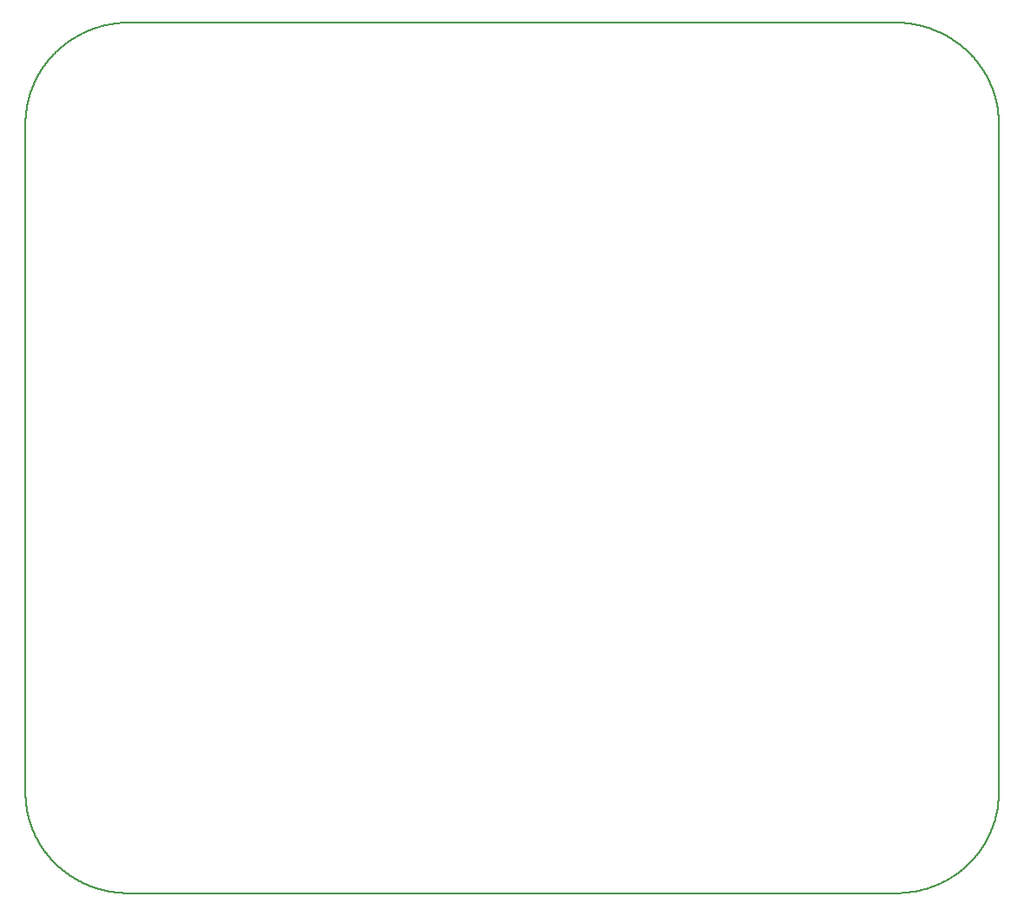
<source format=gm1>
G04 MADE WITH FRITZING*
G04 WWW.FRITZING.ORG*
G04 DOUBLE SIDED*
G04 HOLES PLATED*
G04 CONTOUR ON CENTER OF CONTOUR VECTOR*
%ASAXBY*%
%FSLAX23Y23*%
%MOIN*%
%OFA0B0*%
%SFA1.0B1.0*%
%ADD10C,0.008*%
%LNCONTOUR*%
G90*
G70*
G54D10*
X375Y3346D02*
X376Y3346D01*
X377Y3346D01*
X378Y3346D01*
X379Y3346D01*
X380Y3346D01*
X381Y3346D01*
X382Y3346D01*
X383Y3346D01*
X384Y3346D01*
X385Y3346D01*
X386Y3346D01*
X387Y3346D01*
X388Y3346D01*
X389Y3346D01*
X390Y3346D01*
X391Y3346D01*
X392Y3346D01*
X393Y3346D01*
X394Y3346D01*
X395Y3346D01*
X396Y3346D01*
X397Y3346D01*
X398Y3346D01*
X399Y3346D01*
X400Y3346D01*
X401Y3346D01*
X402Y3346D01*
X403Y3346D01*
X404Y3346D01*
X405Y3346D01*
X406Y3346D01*
X407Y3346D01*
X408Y3346D01*
X409Y3346D01*
X410Y3346D01*
X411Y3346D01*
X412Y3346D01*
X413Y3346D01*
X414Y3346D01*
X415Y3346D01*
X416Y3346D01*
X417Y3346D01*
X418Y3346D01*
X419Y3346D01*
X420Y3346D01*
X421Y3346D01*
X422Y3346D01*
X423Y3346D01*
X424Y3346D01*
X425Y3346D01*
X426Y3346D01*
X427Y3346D01*
X428Y3346D01*
X429Y3346D01*
X430Y3346D01*
X431Y3346D01*
X432Y3346D01*
X433Y3346D01*
X434Y3346D01*
X435Y3346D01*
X436Y3346D01*
X437Y3346D01*
X438Y3346D01*
X439Y3346D01*
X440Y3346D01*
X441Y3346D01*
X442Y3346D01*
X443Y3346D01*
X444Y3346D01*
X445Y3346D01*
X446Y3346D01*
X447Y3346D01*
X448Y3346D01*
X449Y3346D01*
X450Y3346D01*
X451Y3346D01*
X452Y3346D01*
X453Y3346D01*
X454Y3346D01*
X455Y3346D01*
X456Y3346D01*
X457Y3346D01*
X458Y3346D01*
X459Y3346D01*
X460Y3346D01*
X461Y3346D01*
X462Y3346D01*
X463Y3346D01*
X464Y3346D01*
X465Y3346D01*
X466Y3346D01*
X467Y3346D01*
X468Y3346D01*
X469Y3346D01*
X470Y3346D01*
X471Y3346D01*
X472Y3346D01*
X473Y3346D01*
X474Y3346D01*
X475Y3346D01*
X476Y3346D01*
X477Y3346D01*
X478Y3346D01*
X479Y3346D01*
X480Y3346D01*
X481Y3346D01*
X482Y3346D01*
X483Y3346D01*
X484Y3346D01*
X485Y3346D01*
X486Y3346D01*
X487Y3346D01*
X488Y3346D01*
X489Y3346D01*
X490Y3346D01*
X491Y3346D01*
X492Y3346D01*
X493Y3346D01*
X494Y3346D01*
X495Y3346D01*
X496Y3346D01*
X497Y3346D01*
X498Y3346D01*
X499Y3346D01*
X500Y3346D01*
X501Y3346D01*
X502Y3346D01*
X503Y3346D01*
X504Y3346D01*
X505Y3346D01*
X506Y3346D01*
X507Y3346D01*
X508Y3346D01*
X509Y3346D01*
X510Y3346D01*
X511Y3346D01*
X512Y3346D01*
X513Y3346D01*
X514Y3346D01*
X515Y3346D01*
X516Y3346D01*
X517Y3346D01*
X518Y3346D01*
X519Y3346D01*
X520Y3346D01*
X521Y3346D01*
X522Y3346D01*
X523Y3346D01*
X524Y3346D01*
X525Y3346D01*
X526Y3346D01*
X527Y3346D01*
X528Y3346D01*
X529Y3346D01*
X530Y3346D01*
X531Y3346D01*
X532Y3346D01*
X533Y3346D01*
X534Y3346D01*
X535Y3346D01*
X536Y3346D01*
X537Y3346D01*
X538Y3346D01*
X539Y3346D01*
X540Y3346D01*
X541Y3346D01*
X542Y3346D01*
X543Y3346D01*
X544Y3346D01*
X545Y3346D01*
X546Y3346D01*
X547Y3346D01*
X548Y3346D01*
X549Y3346D01*
X550Y3346D01*
X551Y3346D01*
X552Y3346D01*
X553Y3346D01*
X554Y3346D01*
X555Y3346D01*
X556Y3346D01*
X557Y3346D01*
X558Y3346D01*
X559Y3346D01*
X560Y3346D01*
X561Y3346D01*
X562Y3346D01*
X563Y3346D01*
X564Y3346D01*
X565Y3346D01*
X566Y3346D01*
X567Y3346D01*
X568Y3346D01*
X569Y3346D01*
X570Y3346D01*
X571Y3346D01*
X572Y3346D01*
X573Y3346D01*
X574Y3346D01*
X575Y3346D01*
X576Y3346D01*
X577Y3346D01*
X578Y3346D01*
X579Y3346D01*
X580Y3346D01*
X581Y3346D01*
X582Y3346D01*
X583Y3346D01*
X584Y3346D01*
X585Y3346D01*
X586Y3346D01*
X587Y3346D01*
X588Y3346D01*
X589Y3346D01*
X590Y3346D01*
X591Y3346D01*
X592Y3346D01*
X593Y3346D01*
X594Y3346D01*
X595Y3346D01*
X596Y3346D01*
X597Y3346D01*
X598Y3346D01*
X599Y3346D01*
X600Y3346D01*
X601Y3346D01*
X602Y3346D01*
X603Y3346D01*
X604Y3346D01*
X605Y3346D01*
X606Y3346D01*
X607Y3346D01*
X608Y3346D01*
X609Y3346D01*
X610Y3346D01*
X611Y3346D01*
X612Y3346D01*
X613Y3346D01*
X614Y3346D01*
X615Y3346D01*
X616Y3346D01*
X617Y3346D01*
X618Y3346D01*
X619Y3346D01*
X620Y3346D01*
X621Y3346D01*
X622Y3346D01*
X623Y3346D01*
X624Y3346D01*
X625Y3346D01*
X626Y3346D01*
X627Y3346D01*
X628Y3346D01*
X629Y3346D01*
X630Y3346D01*
X631Y3346D01*
X632Y3346D01*
X633Y3346D01*
X634Y3346D01*
X635Y3346D01*
X636Y3346D01*
X637Y3346D01*
X638Y3346D01*
X639Y3346D01*
X640Y3346D01*
X641Y3346D01*
X642Y3346D01*
X643Y3346D01*
X644Y3346D01*
X645Y3346D01*
X646Y3346D01*
X647Y3346D01*
X648Y3346D01*
X649Y3346D01*
X650Y3346D01*
X651Y3346D01*
X652Y3346D01*
X653Y3346D01*
X654Y3346D01*
X655Y3346D01*
X656Y3346D01*
X657Y3346D01*
X658Y3346D01*
X659Y3346D01*
X660Y3346D01*
X661Y3346D01*
X662Y3346D01*
X663Y3346D01*
X664Y3346D01*
X665Y3346D01*
X666Y3346D01*
X667Y3346D01*
X668Y3346D01*
X669Y3346D01*
X670Y3346D01*
X671Y3346D01*
X672Y3346D01*
X673Y3346D01*
X674Y3346D01*
X675Y3346D01*
X676Y3346D01*
X677Y3346D01*
X678Y3346D01*
X679Y3346D01*
X680Y3346D01*
X681Y3346D01*
X682Y3346D01*
X683Y3346D01*
X684Y3346D01*
X685Y3346D01*
X686Y3346D01*
X687Y3346D01*
X688Y3346D01*
X689Y3346D01*
X690Y3346D01*
X691Y3346D01*
X692Y3346D01*
X693Y3346D01*
X694Y3346D01*
X695Y3346D01*
X696Y3346D01*
X697Y3346D01*
X698Y3346D01*
X699Y3346D01*
X700Y3346D01*
X701Y3346D01*
X702Y3346D01*
X703Y3346D01*
X704Y3346D01*
X705Y3346D01*
X706Y3346D01*
X707Y3346D01*
X708Y3346D01*
X709Y3346D01*
X710Y3346D01*
X711Y3346D01*
X712Y3346D01*
X713Y3346D01*
X714Y3346D01*
X715Y3346D01*
X716Y3346D01*
X717Y3346D01*
X718Y3346D01*
X719Y3346D01*
X720Y3346D01*
X721Y3346D01*
X722Y3346D01*
X723Y3346D01*
X724Y3346D01*
X725Y3346D01*
X726Y3346D01*
X727Y3346D01*
X728Y3346D01*
X729Y3346D01*
X730Y3346D01*
X731Y3346D01*
X732Y3346D01*
X733Y3346D01*
X734Y3346D01*
X735Y3346D01*
X736Y3346D01*
X737Y3346D01*
X738Y3346D01*
X739Y3346D01*
X740Y3346D01*
X741Y3346D01*
X742Y3346D01*
X743Y3346D01*
X744Y3346D01*
X745Y3346D01*
X746Y3346D01*
X747Y3346D01*
X748Y3346D01*
X749Y3346D01*
X750Y3346D01*
X751Y3346D01*
X752Y3346D01*
X753Y3346D01*
X754Y3346D01*
X755Y3346D01*
X756Y3346D01*
X757Y3346D01*
X758Y3346D01*
X759Y3346D01*
X760Y3346D01*
X761Y3346D01*
X762Y3346D01*
X763Y3346D01*
X764Y3346D01*
X765Y3346D01*
X766Y3346D01*
X767Y3346D01*
X768Y3346D01*
X769Y3346D01*
X770Y3346D01*
X771Y3346D01*
X772Y3346D01*
X773Y3346D01*
X774Y3346D01*
X775Y3346D01*
X776Y3346D01*
X777Y3346D01*
X778Y3346D01*
X779Y3346D01*
X780Y3346D01*
X781Y3346D01*
X782Y3346D01*
X783Y3346D01*
X784Y3346D01*
X785Y3346D01*
X786Y3346D01*
X787Y3346D01*
X788Y3346D01*
X789Y3346D01*
X790Y3346D01*
X791Y3346D01*
X792Y3346D01*
X793Y3346D01*
X794Y3346D01*
X795Y3346D01*
X796Y3346D01*
X797Y3346D01*
X798Y3346D01*
X799Y3346D01*
X800Y3346D01*
X801Y3346D01*
X802Y3346D01*
X803Y3346D01*
X804Y3346D01*
X805Y3346D01*
X806Y3346D01*
X807Y3346D01*
X808Y3346D01*
X809Y3346D01*
X810Y3346D01*
X811Y3346D01*
X812Y3346D01*
X813Y3346D01*
X814Y3346D01*
X815Y3346D01*
X816Y3346D01*
X817Y3346D01*
X818Y3346D01*
X819Y3346D01*
X820Y3346D01*
X821Y3346D01*
X822Y3346D01*
X823Y3346D01*
X824Y3346D01*
X825Y3346D01*
X826Y3346D01*
X827Y3346D01*
X828Y3346D01*
X829Y3346D01*
X830Y3346D01*
X831Y3346D01*
X832Y3346D01*
X833Y3346D01*
X834Y3346D01*
X835Y3346D01*
X836Y3346D01*
X837Y3346D01*
X838Y3346D01*
X839Y3346D01*
X840Y3346D01*
X841Y3346D01*
X842Y3346D01*
X843Y3346D01*
X844Y3346D01*
X845Y3346D01*
X846Y3346D01*
X847Y3346D01*
X848Y3346D01*
X849Y3346D01*
X850Y3346D01*
X851Y3346D01*
X852Y3346D01*
X853Y3346D01*
X854Y3346D01*
X855Y3346D01*
X856Y3346D01*
X857Y3346D01*
X858Y3346D01*
X859Y3346D01*
X860Y3346D01*
X861Y3346D01*
X862Y3346D01*
X863Y3346D01*
X864Y3346D01*
X865Y3346D01*
X866Y3346D01*
X867Y3346D01*
X868Y3346D01*
X869Y3346D01*
X870Y3346D01*
X871Y3346D01*
X872Y3346D01*
X873Y3346D01*
X874Y3346D01*
X875Y3346D01*
X876Y3346D01*
X877Y3346D01*
X878Y3346D01*
X879Y3346D01*
X880Y3346D01*
X881Y3346D01*
X882Y3346D01*
X883Y3346D01*
X884Y3346D01*
X885Y3346D01*
X886Y3346D01*
X887Y3346D01*
X888Y3346D01*
X889Y3346D01*
X890Y3346D01*
X891Y3346D01*
X892Y3346D01*
X893Y3346D01*
X894Y3346D01*
X895Y3346D01*
X896Y3346D01*
X897Y3346D01*
X898Y3346D01*
X899Y3346D01*
X900Y3346D01*
X901Y3346D01*
X902Y3346D01*
X903Y3346D01*
X904Y3346D01*
X905Y3346D01*
X906Y3346D01*
X907Y3346D01*
X908Y3346D01*
X909Y3346D01*
X910Y3346D01*
X911Y3346D01*
X912Y3346D01*
X913Y3346D01*
X914Y3346D01*
X915Y3346D01*
X916Y3346D01*
X917Y3346D01*
X918Y3346D01*
X919Y3346D01*
X920Y3346D01*
X921Y3346D01*
X922Y3346D01*
X923Y3346D01*
X924Y3346D01*
X925Y3346D01*
X926Y3346D01*
X927Y3346D01*
X928Y3346D01*
X929Y3346D01*
X930Y3346D01*
X931Y3346D01*
X932Y3346D01*
X933Y3346D01*
X934Y3346D01*
X935Y3346D01*
X936Y3346D01*
X937Y3346D01*
X938Y3346D01*
X939Y3346D01*
X940Y3346D01*
X941Y3346D01*
X942Y3346D01*
X943Y3346D01*
X944Y3346D01*
X945Y3346D01*
X946Y3346D01*
X947Y3346D01*
X948Y3346D01*
X949Y3346D01*
X950Y3346D01*
X951Y3346D01*
X952Y3346D01*
X953Y3346D01*
X954Y3346D01*
X955Y3346D01*
X956Y3346D01*
X957Y3346D01*
X958Y3346D01*
X959Y3346D01*
X960Y3346D01*
X961Y3346D01*
X962Y3346D01*
X963Y3346D01*
X964Y3346D01*
X965Y3346D01*
X966Y3346D01*
X967Y3346D01*
X968Y3346D01*
X969Y3346D01*
X970Y3346D01*
X971Y3346D01*
X972Y3346D01*
X973Y3346D01*
X974Y3346D01*
X975Y3346D01*
X976Y3346D01*
X977Y3346D01*
X978Y3346D01*
X979Y3346D01*
X980Y3346D01*
X981Y3346D01*
X982Y3346D01*
X983Y3346D01*
X984Y3346D01*
X985Y3346D01*
X986Y3346D01*
X987Y3346D01*
X988Y3346D01*
X989Y3346D01*
X990Y3346D01*
X991Y3346D01*
X992Y3346D01*
X993Y3346D01*
X994Y3346D01*
X995Y3346D01*
X996Y3346D01*
X997Y3346D01*
X998Y3346D01*
X999Y3346D01*
X1000Y3346D01*
X1001Y3346D01*
X1002Y3346D01*
X1003Y3346D01*
X1004Y3346D01*
X1005Y3346D01*
X1006Y3346D01*
X1007Y3346D01*
X1008Y3346D01*
X1009Y3346D01*
X1010Y3346D01*
X1011Y3346D01*
X1012Y3346D01*
X1013Y3346D01*
X1014Y3346D01*
X1015Y3346D01*
X1016Y3346D01*
X1017Y3346D01*
X1018Y3346D01*
X1019Y3346D01*
X1020Y3346D01*
X1021Y3346D01*
X1022Y3346D01*
X1023Y3346D01*
X1024Y3346D01*
X1025Y3346D01*
X1026Y3346D01*
X1027Y3346D01*
X1028Y3346D01*
X1029Y3346D01*
X1030Y3346D01*
X1031Y3346D01*
X1032Y3346D01*
X1033Y3346D01*
X1034Y3346D01*
X1035Y3346D01*
X1036Y3346D01*
X1037Y3346D01*
X1038Y3346D01*
X1039Y3346D01*
X1040Y3346D01*
X1041Y3346D01*
X1042Y3346D01*
X1043Y3346D01*
X1044Y3346D01*
X1045Y3346D01*
X1046Y3346D01*
X1047Y3346D01*
X1048Y3346D01*
X1049Y3346D01*
X1050Y3346D01*
X1051Y3346D01*
X1052Y3346D01*
X1053Y3346D01*
X1054Y3346D01*
X1055Y3346D01*
X1056Y3346D01*
X1057Y3346D01*
X1058Y3346D01*
X1059Y3346D01*
X1060Y3346D01*
X1061Y3346D01*
X1062Y3346D01*
X1063Y3346D01*
X1064Y3346D01*
X1065Y3346D01*
X1066Y3346D01*
X1067Y3346D01*
X1068Y3346D01*
X1069Y3346D01*
X1070Y3346D01*
X1071Y3346D01*
X1072Y3346D01*
X1073Y3346D01*
X1074Y3346D01*
X1075Y3346D01*
X1076Y3346D01*
X1077Y3346D01*
X1078Y3346D01*
X1079Y3346D01*
X1080Y3346D01*
X1081Y3346D01*
X1082Y3346D01*
X1083Y3346D01*
X1084Y3346D01*
X1085Y3346D01*
X1086Y3346D01*
X1087Y3346D01*
X1088Y3346D01*
X1089Y3346D01*
X1090Y3346D01*
X1091Y3346D01*
X1092Y3346D01*
X1093Y3346D01*
X1094Y3346D01*
X1095Y3346D01*
X1096Y3346D01*
X1097Y3346D01*
X1098Y3346D01*
X1099Y3346D01*
X1100Y3346D01*
X1101Y3346D01*
X1102Y3346D01*
X1103Y3346D01*
X1104Y3346D01*
X1105Y3346D01*
X1106Y3346D01*
X1107Y3346D01*
X1108Y3346D01*
X1109Y3346D01*
X1110Y3346D01*
X1111Y3346D01*
X1112Y3346D01*
X1113Y3346D01*
X1114Y3346D01*
X1115Y3346D01*
X1116Y3346D01*
X1117Y3346D01*
X1118Y3346D01*
X1119Y3346D01*
X1120Y3346D01*
X1121Y3346D01*
X1122Y3346D01*
X1123Y3346D01*
X1124Y3346D01*
X1125Y3346D01*
X1126Y3346D01*
X1127Y3346D01*
X1128Y3346D01*
X1129Y3346D01*
X1130Y3346D01*
X1131Y3346D01*
X1132Y3346D01*
X1133Y3346D01*
X1134Y3346D01*
X1135Y3346D01*
X1136Y3346D01*
X1137Y3346D01*
X1138Y3346D01*
X1139Y3346D01*
X1140Y3346D01*
X1141Y3346D01*
X1142Y3346D01*
X1143Y3346D01*
X1144Y3346D01*
X1145Y3346D01*
X1146Y3346D01*
X1147Y3346D01*
X1148Y3346D01*
X1149Y3346D01*
X1150Y3346D01*
X1151Y3346D01*
X1152Y3346D01*
X1153Y3346D01*
X1154Y3346D01*
X1155Y3346D01*
X1156Y3346D01*
X1157Y3346D01*
X1158Y3346D01*
X1159Y3346D01*
X1160Y3346D01*
X1161Y3346D01*
X1162Y3346D01*
X1163Y3346D01*
X1164Y3346D01*
X1165Y3346D01*
X1166Y3346D01*
X1167Y3346D01*
X1168Y3346D01*
X1169Y3346D01*
X1170Y3346D01*
X1171Y3346D01*
X1172Y3346D01*
X1173Y3346D01*
X1174Y3346D01*
X1175Y3346D01*
X1176Y3346D01*
X1177Y3346D01*
X1178Y3346D01*
X1179Y3346D01*
X1180Y3346D01*
X1181Y3346D01*
X1182Y3346D01*
X1183Y3346D01*
X1184Y3346D01*
X1185Y3346D01*
X1186Y3346D01*
X1187Y3346D01*
X1188Y3346D01*
X1189Y3346D01*
X1190Y3346D01*
X1191Y3346D01*
X1192Y3346D01*
X1193Y3346D01*
X1194Y3346D01*
X1195Y3346D01*
X1196Y3346D01*
X1197Y3346D01*
X1198Y3346D01*
X1199Y3346D01*
X1200Y3346D01*
X1201Y3346D01*
X1202Y3346D01*
X1203Y3346D01*
X1204Y3346D01*
X1205Y3346D01*
X1206Y3346D01*
X1207Y3346D01*
X1208Y3346D01*
X1209Y3346D01*
X1210Y3346D01*
X1211Y3346D01*
X1212Y3346D01*
X1213Y3346D01*
X1214Y3346D01*
X1215Y3346D01*
X1216Y3346D01*
X1217Y3346D01*
X1218Y3346D01*
X1219Y3346D01*
X1220Y3346D01*
X1221Y3346D01*
X1222Y3346D01*
X1223Y3346D01*
X1224Y3346D01*
X1225Y3346D01*
X1226Y3346D01*
X1227Y3346D01*
X1228Y3346D01*
X1229Y3346D01*
X1230Y3346D01*
X1231Y3346D01*
X1232Y3346D01*
X1233Y3346D01*
X1234Y3346D01*
X1235Y3346D01*
X1236Y3346D01*
X1237Y3346D01*
X1238Y3346D01*
X1239Y3346D01*
X1240Y3346D01*
X1241Y3346D01*
X1242Y3346D01*
X1243Y3346D01*
X1244Y3346D01*
X1245Y3346D01*
X1246Y3346D01*
X1247Y3346D01*
X1248Y3346D01*
X1249Y3346D01*
X1250Y3346D01*
X1251Y3346D01*
X1252Y3346D01*
X1253Y3346D01*
X1254Y3346D01*
X1255Y3346D01*
X1256Y3346D01*
X1257Y3346D01*
X1258Y3346D01*
X1259Y3346D01*
X1260Y3346D01*
X1261Y3346D01*
X1262Y3346D01*
X1263Y3346D01*
X1264Y3346D01*
X1265Y3346D01*
X1266Y3346D01*
X1267Y3346D01*
X1268Y3346D01*
X1269Y3346D01*
X1270Y3346D01*
X1271Y3346D01*
X1272Y3346D01*
X1273Y3346D01*
X1274Y3346D01*
X1275Y3346D01*
X1276Y3346D01*
X1277Y3346D01*
X1278Y3346D01*
X1279Y3346D01*
X1280Y3346D01*
X1281Y3346D01*
X1282Y3346D01*
X1283Y3346D01*
X1284Y3346D01*
X1285Y3346D01*
X1286Y3346D01*
X1287Y3346D01*
X1288Y3346D01*
X1289Y3346D01*
X1290Y3346D01*
X1291Y3346D01*
X1292Y3346D01*
X1293Y3346D01*
X1294Y3346D01*
X1295Y3346D01*
X1296Y3346D01*
X1297Y3346D01*
X1298Y3346D01*
X1299Y3346D01*
X1300Y3346D01*
X1301Y3346D01*
X1302Y3346D01*
X1303Y3346D01*
X1304Y3346D01*
X1305Y3346D01*
X1306Y3346D01*
X1307Y3346D01*
X1308Y3346D01*
X1309Y3346D01*
X1310Y3346D01*
X1311Y3346D01*
X1312Y3346D01*
X1313Y3346D01*
X1314Y3346D01*
X1315Y3346D01*
X1316Y3346D01*
X1317Y3346D01*
X1318Y3346D01*
X1319Y3346D01*
X1320Y3346D01*
X1321Y3346D01*
X1322Y3346D01*
X1323Y3346D01*
X1324Y3346D01*
X1325Y3346D01*
X1326Y3346D01*
X1327Y3346D01*
X1328Y3346D01*
X1329Y3346D01*
X1330Y3346D01*
X1331Y3346D01*
X1332Y3346D01*
X1333Y3346D01*
X1334Y3346D01*
X1335Y3346D01*
X1336Y3346D01*
X1337Y3346D01*
X1338Y3346D01*
X1339Y3346D01*
X1340Y3346D01*
X1341Y3346D01*
X1342Y3346D01*
X1343Y3346D01*
X1344Y3346D01*
X1345Y3346D01*
X1346Y3346D01*
X1347Y3346D01*
X1348Y3346D01*
X1349Y3346D01*
X1350Y3346D01*
X1351Y3346D01*
X1352Y3346D01*
X1353Y3346D01*
X1354Y3346D01*
X1355Y3346D01*
X1356Y3346D01*
X1357Y3346D01*
X1358Y3346D01*
X1359Y3346D01*
X1360Y3346D01*
X1361Y3346D01*
X1362Y3346D01*
X1363Y3346D01*
X1364Y3346D01*
X1365Y3346D01*
X1366Y3346D01*
X1367Y3346D01*
X1368Y3346D01*
X1369Y3346D01*
X1370Y3346D01*
X1371Y3346D01*
X1372Y3346D01*
X1373Y3346D01*
X1374Y3346D01*
X1375Y3346D01*
X1376Y3346D01*
X1377Y3346D01*
X1378Y3346D01*
X1379Y3346D01*
X1380Y3346D01*
X1381Y3346D01*
X1382Y3346D01*
X1383Y3346D01*
X1384Y3346D01*
X1385Y3346D01*
X1386Y3346D01*
X1387Y3346D01*
X1388Y3346D01*
X1389Y3346D01*
X1390Y3346D01*
X1391Y3346D01*
X1392Y3346D01*
X1393Y3346D01*
X1394Y3346D01*
X1395Y3346D01*
X1396Y3346D01*
X1397Y3346D01*
X1398Y3346D01*
X1399Y3346D01*
X1400Y3346D01*
X1401Y3346D01*
X1402Y3346D01*
X1403Y3346D01*
X1404Y3346D01*
X1405Y3346D01*
X1406Y3346D01*
X1407Y3346D01*
X1408Y3346D01*
X1409Y3346D01*
X1410Y3346D01*
X1411Y3346D01*
X1412Y3346D01*
X1413Y3346D01*
X1414Y3346D01*
X1415Y3346D01*
X1416Y3346D01*
X1417Y3346D01*
X1418Y3346D01*
X1419Y3346D01*
X1420Y3346D01*
X1421Y3346D01*
X1422Y3346D01*
X1423Y3346D01*
X1424Y3346D01*
X1425Y3346D01*
X1426Y3346D01*
X1427Y3346D01*
X1428Y3346D01*
X1429Y3346D01*
X1430Y3346D01*
X1431Y3346D01*
X1432Y3346D01*
X1433Y3346D01*
X1434Y3346D01*
X1435Y3346D01*
X1436Y3346D01*
X1437Y3346D01*
X1438Y3346D01*
X1439Y3346D01*
X1440Y3346D01*
X1441Y3346D01*
X1442Y3346D01*
X1443Y3346D01*
X1444Y3346D01*
X1445Y3346D01*
X1446Y3346D01*
X1447Y3346D01*
X1448Y3346D01*
X1449Y3346D01*
X1450Y3346D01*
X1451Y3346D01*
X1452Y3346D01*
X1453Y3346D01*
X1454Y3346D01*
X1455Y3346D01*
X1456Y3346D01*
X1457Y3346D01*
X1458Y3346D01*
X1459Y3346D01*
X1460Y3346D01*
X1461Y3346D01*
X1462Y3346D01*
X1463Y3346D01*
X1464Y3346D01*
X1465Y3346D01*
X1466Y3346D01*
X1467Y3346D01*
X1468Y3346D01*
X1469Y3346D01*
X1470Y3346D01*
X1471Y3346D01*
X1472Y3346D01*
X1473Y3346D01*
X1474Y3346D01*
X1475Y3346D01*
X1476Y3346D01*
X1477Y3346D01*
X1478Y3346D01*
X1479Y3346D01*
X1480Y3346D01*
X1481Y3346D01*
X1482Y3346D01*
X1483Y3346D01*
X1484Y3346D01*
X1485Y3346D01*
X1486Y3346D01*
X1487Y3346D01*
X1488Y3346D01*
X1489Y3346D01*
X1490Y3346D01*
X1491Y3346D01*
X1492Y3346D01*
X1493Y3346D01*
X1494Y3346D01*
X1495Y3346D01*
X1496Y3346D01*
X1497Y3346D01*
X1498Y3346D01*
X1499Y3346D01*
X1500Y3346D01*
X1501Y3346D01*
X1502Y3346D01*
X1503Y3346D01*
X1504Y3346D01*
X1505Y3346D01*
X1506Y3346D01*
X1507Y3346D01*
X1508Y3346D01*
X1509Y3346D01*
X1510Y3346D01*
X1511Y3346D01*
X1512Y3346D01*
X1513Y3346D01*
X1514Y3346D01*
X1515Y3346D01*
X1516Y3346D01*
X1517Y3346D01*
X1518Y3346D01*
X1519Y3346D01*
X1520Y3346D01*
X1521Y3346D01*
X1522Y3346D01*
X1523Y3346D01*
X1524Y3346D01*
X1525Y3346D01*
X1526Y3346D01*
X1527Y3346D01*
X1528Y3346D01*
X1529Y3346D01*
X1530Y3346D01*
X1531Y3346D01*
X1532Y3346D01*
X1533Y3346D01*
X1534Y3346D01*
X1535Y3346D01*
X1536Y3346D01*
X1537Y3346D01*
X1538Y3346D01*
X1539Y3346D01*
X1540Y3346D01*
X1541Y3346D01*
X1542Y3346D01*
X1543Y3346D01*
X1544Y3346D01*
X1545Y3346D01*
X1546Y3346D01*
X1547Y3346D01*
X1548Y3346D01*
X1549Y3346D01*
X1550Y3346D01*
X1551Y3346D01*
X1552Y3346D01*
X1553Y3346D01*
X1554Y3346D01*
X1555Y3346D01*
X1556Y3346D01*
X1557Y3346D01*
X1558Y3346D01*
X1559Y3346D01*
X1560Y3346D01*
X1561Y3346D01*
X1562Y3346D01*
X1563Y3346D01*
X1564Y3346D01*
X1565Y3346D01*
X1566Y3346D01*
X1567Y3346D01*
X1568Y3346D01*
X1569Y3346D01*
X1570Y3346D01*
X1571Y3346D01*
X1572Y3346D01*
X1573Y3346D01*
X1574Y3346D01*
X1575Y3346D01*
X1576Y3346D01*
X1577Y3346D01*
X1578Y3346D01*
X1579Y3346D01*
X1580Y3346D01*
X1581Y3346D01*
X1582Y3346D01*
X1583Y3346D01*
X1584Y3346D01*
X1585Y3346D01*
X1586Y3346D01*
X1587Y3346D01*
X1588Y3346D01*
X1589Y3346D01*
X1590Y3346D01*
X1591Y3346D01*
X1592Y3346D01*
X1593Y3346D01*
X1594Y3346D01*
X1595Y3346D01*
X1596Y3346D01*
X1597Y3346D01*
X1598Y3346D01*
X1599Y3346D01*
X1600Y3346D01*
X1601Y3346D01*
X1602Y3346D01*
X1603Y3346D01*
X1604Y3346D01*
X1605Y3346D01*
X1606Y3346D01*
X1607Y3346D01*
X1608Y3346D01*
X1609Y3346D01*
X1610Y3346D01*
X1611Y3346D01*
X1612Y3346D01*
X1613Y3346D01*
X1614Y3346D01*
X1615Y3346D01*
X1616Y3346D01*
X1617Y3346D01*
X1618Y3346D01*
X1619Y3346D01*
X1620Y3346D01*
X1621Y3346D01*
X1622Y3346D01*
X1623Y3346D01*
X1624Y3346D01*
X1625Y3346D01*
X1626Y3346D01*
X1627Y3346D01*
X1628Y3346D01*
X1629Y3346D01*
X1630Y3346D01*
X1631Y3346D01*
X1632Y3346D01*
X1633Y3346D01*
X1634Y3346D01*
X1635Y3346D01*
X1636Y3346D01*
X1637Y3346D01*
X1638Y3346D01*
X1639Y3346D01*
X1640Y3346D01*
X1641Y3346D01*
X1642Y3346D01*
X1643Y3346D01*
X1644Y3346D01*
X1645Y3346D01*
X1646Y3346D01*
X1647Y3346D01*
X1648Y3346D01*
X1649Y3346D01*
X1650Y3346D01*
X1651Y3346D01*
X1652Y3346D01*
X1653Y3346D01*
X1654Y3346D01*
X1655Y3346D01*
X1656Y3346D01*
X1657Y3346D01*
X1658Y3346D01*
X1659Y3346D01*
X1660Y3346D01*
X1661Y3346D01*
X1662Y3346D01*
X1663Y3346D01*
X1664Y3346D01*
X1665Y3346D01*
X1666Y3346D01*
X1667Y3346D01*
X1668Y3346D01*
X1669Y3346D01*
X1670Y3346D01*
X1671Y3346D01*
X1672Y3346D01*
X1673Y3346D01*
X1674Y3346D01*
X1675Y3346D01*
X1676Y3346D01*
X1677Y3346D01*
X1678Y3346D01*
X1679Y3346D01*
X1680Y3346D01*
X1681Y3346D01*
X1682Y3346D01*
X1683Y3346D01*
X1684Y3346D01*
X1685Y3346D01*
X1686Y3346D01*
X1687Y3346D01*
X1688Y3346D01*
X1689Y3346D01*
X1690Y3346D01*
X1691Y3346D01*
X1692Y3346D01*
X1693Y3346D01*
X1694Y3346D01*
X1695Y3346D01*
X1696Y3346D01*
X1697Y3346D01*
X1698Y3346D01*
X1699Y3346D01*
X1700Y3346D01*
X1701Y3346D01*
X1702Y3346D01*
X1703Y3346D01*
X1704Y3346D01*
X1705Y3346D01*
X1706Y3346D01*
X1707Y3346D01*
X1708Y3346D01*
X1709Y3346D01*
X1710Y3346D01*
X1711Y3346D01*
X1712Y3346D01*
X1713Y3346D01*
X1714Y3346D01*
X1715Y3346D01*
X1716Y3346D01*
X1717Y3346D01*
X1718Y3346D01*
X1719Y3346D01*
X1720Y3346D01*
X1721Y3346D01*
X1722Y3346D01*
X1723Y3346D01*
X1724Y3346D01*
X1725Y3346D01*
X1726Y3346D01*
X1727Y3346D01*
X1728Y3346D01*
X1729Y3346D01*
X1730Y3346D01*
X1731Y3346D01*
X1732Y3346D01*
X1733Y3346D01*
X1734Y3346D01*
X1735Y3346D01*
X1736Y3346D01*
X1737Y3346D01*
X1738Y3346D01*
X1739Y3346D01*
X1740Y3346D01*
X1741Y3346D01*
X1742Y3346D01*
X1743Y3346D01*
X1744Y3346D01*
X1745Y3346D01*
X1746Y3346D01*
X1747Y3346D01*
X1748Y3346D01*
X1749Y3346D01*
X1750Y3346D01*
X1751Y3346D01*
X1752Y3346D01*
X1753Y3346D01*
X1754Y3346D01*
X1755Y3346D01*
X1756Y3346D01*
X1757Y3346D01*
X1758Y3346D01*
X1759Y3346D01*
X1760Y3346D01*
X1761Y3346D01*
X1762Y3346D01*
X1763Y3346D01*
X1764Y3346D01*
X1765Y3346D01*
X1766Y3346D01*
X1767Y3346D01*
X1768Y3346D01*
X1769Y3346D01*
X1770Y3346D01*
X1771Y3346D01*
X1772Y3346D01*
X1773Y3346D01*
X1774Y3346D01*
X1775Y3346D01*
X1776Y3346D01*
X1777Y3346D01*
X1778Y3346D01*
X1779Y3346D01*
X1780Y3346D01*
X1781Y3346D01*
X1782Y3346D01*
X1783Y3346D01*
X1784Y3346D01*
X1785Y3346D01*
X1786Y3346D01*
X1787Y3346D01*
X1788Y3346D01*
X1789Y3346D01*
X1790Y3346D01*
X1791Y3346D01*
X1792Y3346D01*
X1793Y3346D01*
X1794Y3346D01*
X1795Y3346D01*
X1796Y3346D01*
X1797Y3346D01*
X1798Y3346D01*
X1799Y3346D01*
X1800Y3346D01*
X1801Y3346D01*
X1802Y3346D01*
X1803Y3346D01*
X1804Y3346D01*
X1805Y3346D01*
X1806Y3346D01*
X1807Y3346D01*
X1808Y3346D01*
X1809Y3346D01*
X1810Y3346D01*
X1811Y3346D01*
X1812Y3346D01*
X1813Y3346D01*
X1814Y3346D01*
X1815Y3346D01*
X1816Y3346D01*
X1817Y3346D01*
X1818Y3346D01*
X1819Y3346D01*
X1820Y3346D01*
X1821Y3346D01*
X1822Y3346D01*
X1823Y3346D01*
X1824Y3346D01*
X1825Y3346D01*
X1826Y3346D01*
X1827Y3346D01*
X1828Y3346D01*
X1829Y3346D01*
X1830Y3346D01*
X1831Y3346D01*
X1832Y3346D01*
X1833Y3346D01*
X1834Y3346D01*
X1835Y3346D01*
X1836Y3346D01*
X1837Y3346D01*
X1838Y3346D01*
X1839Y3346D01*
X1840Y3346D01*
X1841Y3346D01*
X1842Y3346D01*
X1843Y3346D01*
X1844Y3346D01*
X1845Y3346D01*
X1846Y3346D01*
X1847Y3346D01*
X1848Y3346D01*
X1849Y3346D01*
X1850Y3346D01*
X1851Y3346D01*
X1852Y3346D01*
X1853Y3346D01*
X1854Y3346D01*
X1855Y3346D01*
X1856Y3346D01*
X1857Y3346D01*
X1858Y3346D01*
X1859Y3346D01*
X1860Y3346D01*
X1861Y3346D01*
X1862Y3346D01*
X1863Y3346D01*
X1864Y3346D01*
X1865Y3346D01*
X1866Y3346D01*
X1867Y3346D01*
X1868Y3346D01*
X1869Y3346D01*
X1870Y3346D01*
X1871Y3346D01*
X1872Y3346D01*
X1873Y3346D01*
X1874Y3346D01*
X1875Y3346D01*
X1876Y3346D01*
X1877Y3346D01*
X1878Y3346D01*
X1879Y3346D01*
X1880Y3346D01*
X1881Y3346D01*
X1882Y3346D01*
X1883Y3346D01*
X1884Y3346D01*
X1885Y3346D01*
X1886Y3346D01*
X1887Y3346D01*
X1888Y3346D01*
X1889Y3346D01*
X1890Y3346D01*
X1891Y3346D01*
X1892Y3346D01*
X1893Y3346D01*
X1894Y3346D01*
X1895Y3346D01*
X1896Y3346D01*
X1897Y3346D01*
X1898Y3346D01*
X1899Y3346D01*
X1900Y3346D01*
X1901Y3346D01*
X1902Y3346D01*
X1903Y3346D01*
X1904Y3346D01*
X1905Y3346D01*
X1906Y3346D01*
X1907Y3346D01*
X1908Y3346D01*
X1909Y3346D01*
X1910Y3346D01*
X1911Y3346D01*
X1912Y3346D01*
X1913Y3346D01*
X1914Y3346D01*
X1915Y3346D01*
X1916Y3346D01*
X1917Y3346D01*
X1918Y3346D01*
X1919Y3346D01*
X1920Y3346D01*
X1921Y3346D01*
X1922Y3346D01*
X1923Y3346D01*
X1924Y3346D01*
X1925Y3346D01*
X1926Y3346D01*
X1927Y3346D01*
X1928Y3346D01*
X1929Y3346D01*
X1930Y3346D01*
X1931Y3346D01*
X1932Y3346D01*
X1933Y3346D01*
X1934Y3346D01*
X1935Y3346D01*
X1936Y3346D01*
X1937Y3346D01*
X1938Y3346D01*
X1939Y3346D01*
X1940Y3346D01*
X1941Y3346D01*
X1942Y3346D01*
X1943Y3346D01*
X1944Y3346D01*
X1945Y3346D01*
X1946Y3346D01*
X1947Y3346D01*
X1948Y3346D01*
X1949Y3346D01*
X1950Y3346D01*
X1951Y3346D01*
X1952Y3346D01*
X1953Y3346D01*
X1954Y3346D01*
X1955Y3346D01*
X1956Y3346D01*
X1957Y3346D01*
X1958Y3346D01*
X1959Y3346D01*
X1960Y3346D01*
X1961Y3346D01*
X1962Y3346D01*
X1963Y3346D01*
X1964Y3346D01*
X1965Y3346D01*
X1966Y3346D01*
X1967Y3346D01*
X1968Y3346D01*
X1969Y3346D01*
X1970Y3346D01*
X1971Y3346D01*
X1972Y3346D01*
X1973Y3346D01*
X1974Y3346D01*
X1975Y3346D01*
X1976Y3346D01*
X1977Y3346D01*
X1978Y3346D01*
X1979Y3346D01*
X1980Y3346D01*
X1981Y3346D01*
X1982Y3346D01*
X1983Y3346D01*
X1984Y3346D01*
X1985Y3346D01*
X1986Y3346D01*
X1987Y3346D01*
X1988Y3346D01*
X1989Y3346D01*
X1990Y3346D01*
X1991Y3346D01*
X1992Y3346D01*
X1993Y3346D01*
X1994Y3346D01*
X1995Y3346D01*
X1996Y3346D01*
X1997Y3346D01*
X1998Y3346D01*
X1999Y3346D01*
X2000Y3346D01*
X2001Y3346D01*
X2002Y3346D01*
X2003Y3346D01*
X2004Y3346D01*
X2005Y3346D01*
X2006Y3346D01*
X2007Y3346D01*
X2008Y3346D01*
X2009Y3346D01*
X2010Y3346D01*
X2011Y3346D01*
X2012Y3346D01*
X2013Y3346D01*
X2014Y3346D01*
X2015Y3346D01*
X2016Y3346D01*
X2017Y3346D01*
X2018Y3346D01*
X2019Y3346D01*
X2020Y3346D01*
X2021Y3346D01*
X2022Y3346D01*
X2023Y3346D01*
X2024Y3346D01*
X2025Y3346D01*
X2026Y3346D01*
X2027Y3346D01*
X2028Y3346D01*
X2029Y3346D01*
X2030Y3346D01*
X2031Y3346D01*
X2032Y3346D01*
X2033Y3346D01*
X2034Y3346D01*
X2035Y3346D01*
X2036Y3346D01*
X2037Y3346D01*
X2038Y3346D01*
X2039Y3346D01*
X2040Y3346D01*
X2041Y3346D01*
X2042Y3346D01*
X2043Y3346D01*
X2044Y3346D01*
X2045Y3346D01*
X2046Y3346D01*
X2047Y3346D01*
X2048Y3346D01*
X2049Y3346D01*
X2050Y3346D01*
X2051Y3346D01*
X2052Y3346D01*
X2053Y3346D01*
X2054Y3346D01*
X2055Y3346D01*
X2056Y3346D01*
X2057Y3346D01*
X2058Y3346D01*
X2059Y3346D01*
X2060Y3346D01*
X2061Y3346D01*
X2062Y3346D01*
X2063Y3346D01*
X2064Y3346D01*
X2065Y3346D01*
X2066Y3346D01*
X2067Y3346D01*
X2068Y3346D01*
X2069Y3346D01*
X2070Y3346D01*
X2071Y3346D01*
X2072Y3346D01*
X2073Y3346D01*
X2074Y3346D01*
X2075Y3346D01*
X2076Y3346D01*
X2077Y3346D01*
X2078Y3346D01*
X2079Y3346D01*
X2080Y3346D01*
X2081Y3346D01*
X2082Y3346D01*
X2083Y3346D01*
X2084Y3346D01*
X2085Y3346D01*
X2086Y3346D01*
X2087Y3346D01*
X2088Y3346D01*
X2089Y3346D01*
X2090Y3346D01*
X2091Y3346D01*
X2092Y3346D01*
X2093Y3346D01*
X2094Y3346D01*
X2095Y3346D01*
X2096Y3346D01*
X2097Y3346D01*
X2098Y3346D01*
X2099Y3346D01*
X2100Y3346D01*
X2101Y3346D01*
X2102Y3346D01*
X2103Y3346D01*
X2104Y3346D01*
X2105Y3346D01*
X2106Y3346D01*
X2107Y3346D01*
X2108Y3346D01*
X2109Y3346D01*
X2110Y3346D01*
X2111Y3346D01*
X2112Y3346D01*
X2113Y3346D01*
X2114Y3346D01*
X2115Y3346D01*
X2116Y3346D01*
X2117Y3346D01*
X2118Y3346D01*
X2119Y3346D01*
X2120Y3346D01*
X2121Y3346D01*
X2122Y3346D01*
X2123Y3346D01*
X2124Y3346D01*
X2125Y3346D01*
X2126Y3346D01*
X2127Y3346D01*
X2128Y3346D01*
X2129Y3346D01*
X2130Y3346D01*
X2131Y3346D01*
X2132Y3346D01*
X2133Y3346D01*
X2134Y3346D01*
X2135Y3346D01*
X2136Y3346D01*
X2137Y3346D01*
X2138Y3346D01*
X2139Y3346D01*
X2140Y3346D01*
X2141Y3346D01*
X2142Y3346D01*
X2143Y3346D01*
X2144Y3346D01*
X2145Y3346D01*
X2146Y3346D01*
X2147Y3346D01*
X2148Y3346D01*
X2149Y3346D01*
X2150Y3346D01*
X2151Y3346D01*
X2152Y3346D01*
X2153Y3346D01*
X2154Y3346D01*
X2155Y3346D01*
X2156Y3346D01*
X2157Y3346D01*
X2158Y3346D01*
X2159Y3346D01*
X2160Y3346D01*
X2161Y3346D01*
X2162Y3346D01*
X2163Y3346D01*
X2164Y3346D01*
X2165Y3346D01*
X2166Y3346D01*
X2167Y3346D01*
X2168Y3346D01*
X2169Y3346D01*
X2170Y3346D01*
X2171Y3346D01*
X2172Y3346D01*
X2173Y3346D01*
X2174Y3346D01*
X2175Y3346D01*
X2176Y3346D01*
X2177Y3346D01*
X2178Y3346D01*
X2179Y3346D01*
X2180Y3346D01*
X2181Y3346D01*
X2182Y3346D01*
X2183Y3346D01*
X2184Y3346D01*
X2185Y3346D01*
X2186Y3346D01*
X2187Y3346D01*
X2188Y3346D01*
X2189Y3346D01*
X2190Y3346D01*
X2191Y3346D01*
X2192Y3346D01*
X2193Y3346D01*
X2194Y3346D01*
X2195Y3346D01*
X2196Y3346D01*
X2197Y3346D01*
X2198Y3346D01*
X2199Y3346D01*
X2200Y3346D01*
X2201Y3346D01*
X2202Y3346D01*
X2203Y3346D01*
X2204Y3346D01*
X2205Y3346D01*
X2206Y3346D01*
X2207Y3346D01*
X2208Y3346D01*
X2209Y3346D01*
X2210Y3346D01*
X2211Y3346D01*
X2212Y3346D01*
X2213Y3346D01*
X2214Y3346D01*
X2215Y3346D01*
X2216Y3346D01*
X2217Y3346D01*
X2218Y3346D01*
X2219Y3346D01*
X2220Y3346D01*
X2221Y3346D01*
X2222Y3346D01*
X2223Y3346D01*
X2224Y3346D01*
X2225Y3346D01*
X2226Y3346D01*
X2227Y3346D01*
X2228Y3346D01*
X2229Y3346D01*
X2230Y3346D01*
X2231Y3346D01*
X2232Y3346D01*
X2233Y3346D01*
X2234Y3346D01*
X2235Y3346D01*
X2236Y3346D01*
X2237Y3346D01*
X2238Y3346D01*
X2239Y3346D01*
X2240Y3346D01*
X2241Y3346D01*
X2242Y3346D01*
X2243Y3346D01*
X2244Y3346D01*
X2245Y3346D01*
X2246Y3346D01*
X2247Y3346D01*
X2248Y3346D01*
X2249Y3346D01*
X2250Y3346D01*
X2251Y3346D01*
X2252Y3346D01*
X2253Y3346D01*
X2254Y3346D01*
X2255Y3346D01*
X2256Y3346D01*
X2257Y3346D01*
X2258Y3346D01*
X2259Y3346D01*
X2260Y3346D01*
X2261Y3346D01*
X2262Y3346D01*
X2263Y3346D01*
X2264Y3346D01*
X2265Y3346D01*
X2266Y3346D01*
X2267Y3346D01*
X2268Y3346D01*
X2269Y3346D01*
X2270Y3346D01*
X2271Y3346D01*
X2272Y3346D01*
X2273Y3346D01*
X2274Y3346D01*
X2275Y3346D01*
X2276Y3346D01*
X2277Y3346D01*
X2278Y3346D01*
X2279Y3346D01*
X2280Y3346D01*
X2281Y3346D01*
X2282Y3346D01*
X2283Y3346D01*
X2284Y3346D01*
X2285Y3346D01*
X2286Y3346D01*
X2287Y3346D01*
X2288Y3346D01*
X2289Y3346D01*
X2290Y3346D01*
X2291Y3346D01*
X2292Y3346D01*
X2293Y3346D01*
X2294Y3346D01*
X2295Y3346D01*
X2296Y3346D01*
X2297Y3346D01*
X2298Y3346D01*
X2299Y3346D01*
X2300Y3346D01*
X2301Y3346D01*
X2302Y3346D01*
X2303Y3346D01*
X2304Y3346D01*
X2305Y3346D01*
X2306Y3346D01*
X2307Y3346D01*
X2308Y3346D01*
X2309Y3346D01*
X2310Y3346D01*
X2311Y3346D01*
X2312Y3346D01*
X2313Y3346D01*
X2314Y3346D01*
X2315Y3346D01*
X2316Y3346D01*
X2317Y3346D01*
X2318Y3346D01*
X2319Y3346D01*
X2320Y3346D01*
X2321Y3346D01*
X2322Y3346D01*
X2323Y3346D01*
X2324Y3346D01*
X2325Y3346D01*
X2326Y3346D01*
X2327Y3346D01*
X2328Y3346D01*
X2329Y3346D01*
X2330Y3346D01*
X2331Y3346D01*
X2332Y3346D01*
X2333Y3346D01*
X2334Y3346D01*
X2335Y3346D01*
X2336Y3346D01*
X2337Y3346D01*
X2338Y3346D01*
X2339Y3346D01*
X2340Y3346D01*
X2341Y3346D01*
X2342Y3346D01*
X2343Y3346D01*
X2344Y3346D01*
X2345Y3346D01*
X2346Y3346D01*
X2347Y3346D01*
X2348Y3346D01*
X2349Y3346D01*
X2350Y3346D01*
X2351Y3346D01*
X2352Y3346D01*
X2353Y3346D01*
X2354Y3346D01*
X2355Y3346D01*
X2356Y3346D01*
X2357Y3346D01*
X2358Y3346D01*
X2359Y3346D01*
X2360Y3346D01*
X2361Y3346D01*
X2362Y3346D01*
X2363Y3346D01*
X2364Y3346D01*
X2365Y3346D01*
X2366Y3346D01*
X2367Y3346D01*
X2368Y3346D01*
X2369Y3346D01*
X2370Y3346D01*
X2371Y3346D01*
X2372Y3346D01*
X2373Y3346D01*
X2374Y3346D01*
X2375Y3346D01*
X2376Y3346D01*
X2377Y3346D01*
X2378Y3346D01*
X2379Y3346D01*
X2380Y3346D01*
X2381Y3346D01*
X2382Y3346D01*
X2383Y3346D01*
X2384Y3346D01*
X2385Y3346D01*
X2386Y3346D01*
X2387Y3346D01*
X2388Y3346D01*
X2389Y3346D01*
X2390Y3346D01*
X2391Y3346D01*
X2392Y3346D01*
X2393Y3346D01*
X2394Y3346D01*
X2395Y3346D01*
X2396Y3346D01*
X2397Y3346D01*
X2398Y3346D01*
X2399Y3346D01*
X2400Y3346D01*
X2401Y3346D01*
X2402Y3346D01*
X2403Y3346D01*
X2404Y3346D01*
X2405Y3346D01*
X2406Y3346D01*
X2407Y3346D01*
X2408Y3346D01*
X2409Y3346D01*
X2410Y3346D01*
X2411Y3346D01*
X2412Y3346D01*
X2413Y3346D01*
X2414Y3346D01*
X2415Y3346D01*
X2416Y3346D01*
X2417Y3346D01*
X2418Y3346D01*
X2419Y3346D01*
X2420Y3346D01*
X2421Y3346D01*
X2422Y3346D01*
X2423Y3346D01*
X2424Y3346D01*
X2425Y3346D01*
X2426Y3346D01*
X2427Y3346D01*
X2428Y3346D01*
X2429Y3346D01*
X2430Y3346D01*
X2431Y3346D01*
X2432Y3346D01*
X2433Y3346D01*
X2434Y3346D01*
X2435Y3346D01*
X2436Y3346D01*
X2437Y3346D01*
X2438Y3346D01*
X2439Y3346D01*
X2440Y3346D01*
X2441Y3346D01*
X2442Y3346D01*
X2443Y3346D01*
X2444Y3346D01*
X2445Y3346D01*
X2446Y3346D01*
X2447Y3346D01*
X2448Y3346D01*
X2449Y3346D01*
X2450Y3346D01*
X2451Y3346D01*
X2452Y3346D01*
X2453Y3346D01*
X2454Y3346D01*
X2455Y3346D01*
X2456Y3346D01*
X2457Y3346D01*
X2458Y3346D01*
X2459Y3346D01*
X2460Y3346D01*
X2461Y3346D01*
X2462Y3346D01*
X2463Y3346D01*
X2464Y3346D01*
X2465Y3346D01*
X2466Y3346D01*
X2467Y3346D01*
X2468Y3346D01*
X2469Y3346D01*
X2470Y3346D01*
X2471Y3346D01*
X2472Y3346D01*
X2473Y3346D01*
X2474Y3346D01*
X2475Y3346D01*
X2476Y3346D01*
X2477Y3346D01*
X2478Y3346D01*
X2479Y3346D01*
X2480Y3346D01*
X2481Y3346D01*
X2482Y3346D01*
X2483Y3346D01*
X2484Y3346D01*
X2485Y3346D01*
X2486Y3346D01*
X2487Y3346D01*
X2488Y3346D01*
X2489Y3346D01*
X2490Y3346D01*
X2491Y3346D01*
X2492Y3346D01*
X2493Y3346D01*
X2494Y3346D01*
X2495Y3346D01*
X2496Y3346D01*
X2497Y3346D01*
X2498Y3346D01*
X2499Y3346D01*
X2500Y3346D01*
X2501Y3346D01*
X2502Y3346D01*
X2503Y3346D01*
X2504Y3346D01*
X2505Y3346D01*
X2506Y3346D01*
X2507Y3346D01*
X2508Y3346D01*
X2509Y3346D01*
X2510Y3346D01*
X2511Y3346D01*
X2512Y3346D01*
X2513Y3346D01*
X2514Y3346D01*
X2515Y3346D01*
X2516Y3346D01*
X2517Y3346D01*
X2518Y3346D01*
X2519Y3346D01*
X2520Y3346D01*
X2521Y3346D01*
X2522Y3346D01*
X2523Y3346D01*
X2524Y3346D01*
X2525Y3346D01*
X2526Y3346D01*
X2527Y3346D01*
X2528Y3346D01*
X2529Y3346D01*
X2530Y3346D01*
X2531Y3346D01*
X2532Y3346D01*
X2533Y3346D01*
X2534Y3346D01*
X2535Y3346D01*
X2536Y3346D01*
X2537Y3346D01*
X2538Y3346D01*
X2539Y3346D01*
X2540Y3346D01*
X2541Y3346D01*
X2542Y3346D01*
X2543Y3346D01*
X2544Y3346D01*
X2545Y3346D01*
X2546Y3346D01*
X2547Y3346D01*
X2548Y3346D01*
X2549Y3346D01*
X2550Y3346D01*
X2551Y3346D01*
X2552Y3346D01*
X2553Y3346D01*
X2554Y3346D01*
X2555Y3346D01*
X2556Y3346D01*
X2557Y3346D01*
X2558Y3346D01*
X2559Y3346D01*
X2560Y3346D01*
X2561Y3346D01*
X2562Y3346D01*
X2563Y3346D01*
X2564Y3346D01*
X2565Y3346D01*
X2566Y3346D01*
X2567Y3346D01*
X2568Y3346D01*
X2569Y3346D01*
X2570Y3346D01*
X2571Y3346D01*
X2572Y3346D01*
X2573Y3346D01*
X2574Y3346D01*
X2575Y3346D01*
X2576Y3346D01*
X2577Y3346D01*
X2578Y3346D01*
X2579Y3346D01*
X2580Y3346D01*
X2581Y3346D01*
X2582Y3346D01*
X2583Y3346D01*
X2584Y3346D01*
X2585Y3346D01*
X2586Y3346D01*
X2587Y3346D01*
X2588Y3346D01*
X2589Y3346D01*
X2590Y3346D01*
X2591Y3346D01*
X2592Y3346D01*
X2593Y3346D01*
X2594Y3346D01*
X2595Y3346D01*
X2596Y3346D01*
X2597Y3346D01*
X2598Y3346D01*
X2599Y3346D01*
X2600Y3346D01*
X2601Y3346D01*
X2602Y3346D01*
X2603Y3346D01*
X2604Y3346D01*
X2605Y3346D01*
X2606Y3346D01*
X2607Y3346D01*
X2608Y3346D01*
X2609Y3346D01*
X2610Y3346D01*
X2611Y3346D01*
X2612Y3346D01*
X2613Y3346D01*
X2614Y3346D01*
X2615Y3346D01*
X2616Y3346D01*
X2617Y3346D01*
X2618Y3346D01*
X2619Y3346D01*
X2620Y3346D01*
X2621Y3346D01*
X2622Y3346D01*
X2623Y3346D01*
X2624Y3346D01*
X2625Y3346D01*
X2626Y3346D01*
X2627Y3346D01*
X2628Y3346D01*
X2629Y3346D01*
X2630Y3346D01*
X2631Y3346D01*
X2632Y3346D01*
X2633Y3346D01*
X2634Y3346D01*
X2635Y3346D01*
X2636Y3346D01*
X2637Y3346D01*
X2638Y3346D01*
X2639Y3346D01*
X2640Y3346D01*
X2641Y3346D01*
X2642Y3346D01*
X2643Y3346D01*
X2644Y3346D01*
X2645Y3346D01*
X2646Y3346D01*
X2647Y3346D01*
X2648Y3346D01*
X2649Y3346D01*
X2650Y3346D01*
X2651Y3346D01*
X2652Y3346D01*
X2653Y3346D01*
X2654Y3346D01*
X2655Y3346D01*
X2656Y3346D01*
X2657Y3346D01*
X2658Y3346D01*
X2659Y3346D01*
X2660Y3346D01*
X2661Y3346D01*
X2662Y3346D01*
X2663Y3346D01*
X2664Y3346D01*
X2665Y3346D01*
X2666Y3346D01*
X2667Y3346D01*
X2668Y3346D01*
X2669Y3346D01*
X2670Y3346D01*
X2671Y3346D01*
X2672Y3346D01*
X2673Y3346D01*
X2674Y3346D01*
X2675Y3346D01*
X2676Y3346D01*
X2677Y3346D01*
X2678Y3346D01*
X2679Y3346D01*
X2680Y3346D01*
X2681Y3346D01*
X2682Y3346D01*
X2683Y3346D01*
X2684Y3346D01*
X2685Y3346D01*
X2686Y3346D01*
X2687Y3346D01*
X2688Y3346D01*
X2689Y3346D01*
X2690Y3346D01*
X2691Y3346D01*
X2692Y3346D01*
X2693Y3346D01*
X2694Y3346D01*
X2695Y3346D01*
X2696Y3346D01*
X2697Y3346D01*
X2698Y3346D01*
X2699Y3346D01*
X2700Y3346D01*
X2701Y3346D01*
X2702Y3346D01*
X2703Y3346D01*
X2704Y3346D01*
X2705Y3346D01*
X2706Y3346D01*
X2707Y3346D01*
X2708Y3346D01*
X2709Y3346D01*
X2710Y3346D01*
X2711Y3346D01*
X2712Y3346D01*
X2713Y3346D01*
X2714Y3346D01*
X2715Y3346D01*
X2716Y3346D01*
X2717Y3346D01*
X2718Y3346D01*
X2719Y3346D01*
X2720Y3346D01*
X2721Y3346D01*
X2722Y3346D01*
X2723Y3346D01*
X2724Y3346D01*
X2725Y3346D01*
X2726Y3346D01*
X2727Y3346D01*
X2728Y3346D01*
X2729Y3346D01*
X2730Y3346D01*
X2731Y3346D01*
X2732Y3346D01*
X2733Y3346D01*
X2734Y3346D01*
X2735Y3346D01*
X2736Y3346D01*
X2737Y3346D01*
X2738Y3346D01*
X2739Y3346D01*
X2740Y3346D01*
X2741Y3346D01*
X2742Y3346D01*
X2743Y3346D01*
X2744Y3346D01*
X2745Y3346D01*
X2746Y3346D01*
X2747Y3346D01*
X2748Y3346D01*
X2749Y3346D01*
X2750Y3346D01*
X2751Y3346D01*
X2752Y3346D01*
X2753Y3346D01*
X2754Y3346D01*
X2755Y3346D01*
X2756Y3346D01*
X2757Y3346D01*
X2758Y3346D01*
X2759Y3346D01*
X2760Y3346D01*
X2761Y3346D01*
X2762Y3346D01*
X2763Y3346D01*
X2764Y3346D01*
X2765Y3346D01*
X2766Y3346D01*
X2767Y3346D01*
X2768Y3346D01*
X2769Y3346D01*
X2770Y3346D01*
X2771Y3346D01*
X2772Y3346D01*
X2773Y3346D01*
X2774Y3346D01*
X2775Y3346D01*
X2776Y3346D01*
X2777Y3346D01*
X2778Y3346D01*
X2779Y3346D01*
X2780Y3346D01*
X2781Y3346D01*
X2782Y3346D01*
X2783Y3346D01*
X2784Y3346D01*
X2785Y3346D01*
X2786Y3346D01*
X2787Y3346D01*
X2788Y3346D01*
X2789Y3346D01*
X2790Y3346D01*
X2791Y3346D01*
X2792Y3346D01*
X2793Y3346D01*
X2794Y3346D01*
X2795Y3346D01*
X2796Y3346D01*
X2797Y3346D01*
X2798Y3346D01*
X2799Y3346D01*
X2800Y3346D01*
X2801Y3346D01*
X2802Y3346D01*
X2803Y3346D01*
X2804Y3346D01*
X2805Y3346D01*
X2806Y3346D01*
X2807Y3346D01*
X2808Y3346D01*
X2809Y3346D01*
X2810Y3346D01*
X2811Y3346D01*
X2812Y3346D01*
X2813Y3346D01*
X2814Y3346D01*
X2815Y3346D01*
X2816Y3346D01*
X2817Y3346D01*
X2818Y3346D01*
X2819Y3346D01*
X2820Y3346D01*
X2821Y3346D01*
X2822Y3346D01*
X2823Y3346D01*
X2824Y3346D01*
X2825Y3346D01*
X2826Y3346D01*
X2827Y3346D01*
X2828Y3346D01*
X2829Y3346D01*
X2830Y3346D01*
X2831Y3346D01*
X2832Y3346D01*
X2833Y3346D01*
X2834Y3346D01*
X2835Y3346D01*
X2836Y3346D01*
X2837Y3346D01*
X2838Y3346D01*
X2839Y3346D01*
X2840Y3346D01*
X2841Y3346D01*
X2842Y3346D01*
X2843Y3346D01*
X2844Y3346D01*
X2845Y3346D01*
X2846Y3346D01*
X2847Y3346D01*
X2848Y3346D01*
X2849Y3346D01*
X2850Y3346D01*
X2851Y3346D01*
X2852Y3346D01*
X2853Y3346D01*
X2854Y3346D01*
X2855Y3346D01*
X2856Y3346D01*
X2857Y3346D01*
X2858Y3346D01*
X2859Y3346D01*
X2860Y3346D01*
X2861Y3346D01*
X2862Y3346D01*
X2863Y3346D01*
X2864Y3346D01*
X2865Y3346D01*
X2866Y3346D01*
X2867Y3346D01*
X2868Y3346D01*
X2869Y3346D01*
X2870Y3346D01*
X2871Y3346D01*
X2872Y3346D01*
X2873Y3346D01*
X2874Y3346D01*
X2875Y3346D01*
X2876Y3346D01*
X2877Y3346D01*
X2878Y3346D01*
X2879Y3346D01*
X2880Y3346D01*
X2881Y3346D01*
X2882Y3346D01*
X2883Y3346D01*
X2884Y3346D01*
X2885Y3346D01*
X2886Y3346D01*
X2887Y3346D01*
X2888Y3346D01*
X2889Y3346D01*
X2890Y3346D01*
X2891Y3346D01*
X2892Y3346D01*
X2893Y3346D01*
X2894Y3346D01*
X2895Y3346D01*
X2896Y3346D01*
X2897Y3346D01*
X2898Y3346D01*
X2899Y3346D01*
X2900Y3346D01*
X2901Y3346D01*
X2902Y3346D01*
X2903Y3346D01*
X2904Y3346D01*
X2905Y3346D01*
X2906Y3346D01*
X2907Y3346D01*
X2908Y3346D01*
X2909Y3346D01*
X2910Y3346D01*
X2911Y3346D01*
X2912Y3346D01*
X2913Y3346D01*
X2914Y3346D01*
X2915Y3346D01*
X2916Y3346D01*
X2917Y3346D01*
X2918Y3346D01*
X2919Y3346D01*
X2920Y3346D01*
X2921Y3346D01*
X2922Y3346D01*
X2923Y3346D01*
X2924Y3346D01*
X2925Y3346D01*
X2926Y3346D01*
X2927Y3346D01*
X2928Y3346D01*
X2929Y3346D01*
X2930Y3346D01*
X2931Y3346D01*
X2932Y3346D01*
X2933Y3346D01*
X2934Y3346D01*
X2935Y3346D01*
X2936Y3346D01*
X2937Y3346D01*
X2938Y3346D01*
X2939Y3346D01*
X2940Y3346D01*
X2941Y3346D01*
X2942Y3346D01*
X2943Y3346D01*
X2944Y3346D01*
X2945Y3346D01*
X2946Y3346D01*
X2947Y3346D01*
X2948Y3346D01*
X2949Y3346D01*
X2950Y3346D01*
X2951Y3346D01*
X2952Y3346D01*
X2953Y3346D01*
X2954Y3346D01*
X2955Y3346D01*
X2956Y3346D01*
X2957Y3346D01*
X2958Y3346D01*
X2959Y3346D01*
X2960Y3346D01*
X2961Y3346D01*
X2962Y3346D01*
X2963Y3346D01*
X2964Y3346D01*
X2965Y3346D01*
X2966Y3346D01*
X2967Y3346D01*
X2968Y3346D01*
X2969Y3346D01*
X2970Y3346D01*
X2971Y3346D01*
X2972Y3346D01*
X2973Y3346D01*
X2974Y3346D01*
X2975Y3346D01*
X2976Y3346D01*
X2977Y3346D01*
X2978Y3346D01*
X2979Y3346D01*
X2980Y3346D01*
X2981Y3346D01*
X2982Y3346D01*
X2983Y3346D01*
X2984Y3346D01*
X2985Y3346D01*
X2986Y3346D01*
X2987Y3346D01*
X2988Y3346D01*
X2989Y3346D01*
X2990Y3346D01*
X2991Y3346D01*
X2992Y3346D01*
X2993Y3346D01*
X2994Y3346D01*
X2995Y3346D01*
X2996Y3346D01*
X2997Y3346D01*
X2998Y3346D01*
X2999Y3346D01*
X3000Y3346D01*
X3001Y3346D01*
X3002Y3346D01*
X3003Y3346D01*
X3004Y3346D01*
X3005Y3346D01*
X3006Y3346D01*
X3007Y3346D01*
X3008Y3346D01*
X3009Y3346D01*
X3010Y3346D01*
X3011Y3346D01*
X3012Y3346D01*
X3013Y3346D01*
X3014Y3346D01*
X3015Y3346D01*
X3016Y3346D01*
X3017Y3346D01*
X3018Y3346D01*
X3019Y3346D01*
X3020Y3346D01*
X3021Y3346D01*
X3022Y3346D01*
X3023Y3346D01*
X3024Y3346D01*
X3025Y3346D01*
X3026Y3346D01*
X3027Y3346D01*
X3028Y3346D01*
X3029Y3346D01*
X3030Y3346D01*
X3031Y3346D01*
X3032Y3346D01*
X3033Y3346D01*
X3034Y3346D01*
X3035Y3346D01*
X3036Y3346D01*
X3037Y3346D01*
X3038Y3346D01*
X3039Y3346D01*
X3040Y3346D01*
X3041Y3346D01*
X3042Y3346D01*
X3043Y3346D01*
X3044Y3346D01*
X3045Y3346D01*
X3046Y3346D01*
X3047Y3346D01*
X3048Y3346D01*
X3049Y3346D01*
X3050Y3346D01*
X3051Y3346D01*
X3052Y3346D01*
X3053Y3346D01*
X3054Y3346D01*
X3055Y3346D01*
X3056Y3346D01*
X3057Y3346D01*
X3058Y3346D01*
X3059Y3346D01*
X3060Y3346D01*
X3061Y3346D01*
X3062Y3346D01*
X3063Y3346D01*
X3064Y3346D01*
X3065Y3346D01*
X3066Y3346D01*
X3067Y3346D01*
X3068Y3346D01*
X3069Y3346D01*
X3070Y3346D01*
X3071Y3346D01*
X3072Y3346D01*
X3073Y3346D01*
X3074Y3346D01*
X3075Y3346D01*
X3076Y3346D01*
X3077Y3346D01*
X3078Y3346D01*
X3079Y3346D01*
X3080Y3346D01*
X3081Y3346D01*
X3082Y3346D01*
X3083Y3346D01*
X3084Y3346D01*
X3085Y3346D01*
X3086Y3346D01*
X3087Y3346D01*
X3088Y3346D01*
X3089Y3346D01*
X3090Y3346D01*
X3091Y3346D01*
X3092Y3346D01*
X3093Y3346D01*
X3094Y3346D01*
X3095Y3346D01*
X3096Y3346D01*
X3097Y3346D01*
X3098Y3346D01*
X3099Y3346D01*
X3100Y3346D01*
X3101Y3346D01*
X3102Y3346D01*
X3103Y3346D01*
X3104Y3346D01*
X3105Y3346D01*
X3106Y3346D01*
X3107Y3346D01*
X3108Y3346D01*
X3109Y3346D01*
X3110Y3346D01*
X3111Y3346D01*
X3112Y3346D01*
X3113Y3346D01*
X3114Y3346D01*
X3115Y3346D01*
X3116Y3346D01*
X3117Y3346D01*
X3118Y3346D01*
X3119Y3346D01*
X3120Y3346D01*
X3121Y3346D01*
X3122Y3346D01*
X3123Y3346D01*
X3124Y3346D01*
X3125Y3346D01*
X3126Y3346D01*
X3127Y3346D01*
X3128Y3346D01*
X3129Y3346D01*
X3130Y3346D01*
X3131Y3346D01*
X3132Y3346D01*
X3133Y3346D01*
X3134Y3346D01*
X3135Y3346D01*
X3136Y3346D01*
X3137Y3346D01*
X3138Y3346D01*
X3139Y3346D01*
X3140Y3346D01*
X3141Y3346D01*
X3142Y3346D01*
X3143Y3346D01*
X3144Y3346D01*
X3145Y3346D01*
X3146Y3346D01*
X3147Y3346D01*
X3148Y3346D01*
X3149Y3346D01*
X3150Y3346D01*
X3151Y3346D01*
X3152Y3346D01*
X3153Y3346D01*
X3154Y3346D01*
X3155Y3346D01*
X3156Y3346D01*
X3157Y3346D01*
X3158Y3346D01*
X3159Y3346D01*
X3160Y3346D01*
X3161Y3346D01*
X3162Y3346D01*
X3163Y3346D01*
X3164Y3346D01*
X3165Y3346D01*
X3166Y3346D01*
X3167Y3346D01*
X3168Y3346D01*
X3169Y3346D01*
X3170Y3346D01*
X3171Y3346D01*
X3172Y3346D01*
X3173Y3346D01*
X3174Y3346D01*
X3175Y3346D01*
X3176Y3346D01*
X3177Y3346D01*
X3178Y3346D01*
X3179Y3346D01*
X3180Y3346D01*
X3181Y3346D01*
X3182Y3346D01*
X3183Y3346D01*
X3184Y3346D01*
X3185Y3346D01*
X3186Y3346D01*
X3187Y3346D01*
X3188Y3346D01*
X3189Y3346D01*
X3190Y3346D01*
X3191Y3346D01*
X3192Y3346D01*
X3193Y3346D01*
X3194Y3346D01*
X3195Y3346D01*
X3196Y3346D01*
X3197Y3346D01*
X3198Y3346D01*
X3199Y3346D01*
X3200Y3346D01*
X3201Y3346D01*
X3202Y3346D01*
X3203Y3346D01*
X3204Y3346D01*
X3205Y3346D01*
X3206Y3346D01*
X3207Y3346D01*
X3208Y3346D01*
X3209Y3346D01*
X3210Y3346D01*
X3211Y3346D01*
X3212Y3346D01*
X3213Y3346D01*
X3214Y3346D01*
X3215Y3346D01*
X3216Y3346D01*
X3217Y3346D01*
X3218Y3346D01*
X3219Y3346D01*
X3220Y3346D01*
X3221Y3346D01*
X3222Y3346D01*
X3223Y3346D01*
X3224Y3346D01*
X3225Y3346D01*
X3226Y3346D01*
X3227Y3346D01*
X3228Y3346D01*
X3229Y3346D01*
X3230Y3346D01*
X3231Y3346D01*
X3232Y3346D01*
X3233Y3346D01*
X3234Y3346D01*
X3235Y3346D01*
X3236Y3346D01*
X3237Y3346D01*
X3238Y3346D01*
X3239Y3346D01*
X3240Y3346D01*
X3241Y3346D01*
X3242Y3346D01*
X3243Y3346D01*
X3244Y3346D01*
X3245Y3346D01*
X3246Y3346D01*
X3247Y3346D01*
X3248Y3346D01*
X3249Y3346D01*
X3250Y3346D01*
X3251Y3346D01*
X3252Y3346D01*
X3253Y3346D01*
X3254Y3346D01*
X3255Y3346D01*
X3256Y3346D01*
X3257Y3346D01*
X3258Y3346D01*
X3259Y3346D01*
X3260Y3346D01*
X3261Y3346D01*
X3262Y3346D01*
X3263Y3346D01*
X3264Y3346D01*
X3265Y3346D01*
X3266Y3346D01*
X3267Y3346D01*
X3268Y3346D01*
X3269Y3346D01*
X3270Y3346D01*
X3271Y3346D01*
X3272Y3346D01*
X3273Y3346D01*
X3274Y3346D01*
X3275Y3346D01*
X3276Y3346D01*
X3277Y3346D01*
X3278Y3346D01*
X3279Y3346D01*
X3280Y3346D01*
X3281Y3346D01*
X3282Y3346D01*
X3283Y3346D01*
X3284Y3346D01*
X3285Y3346D01*
X3286Y3346D01*
X3287Y3346D01*
X3288Y3346D01*
X3289Y3346D01*
X3290Y3346D01*
X3291Y3346D01*
X3292Y3346D01*
X3293Y3346D01*
X3294Y3346D01*
X3295Y3346D01*
X3296Y3346D01*
X3297Y3346D01*
X3298Y3346D01*
X3299Y3346D01*
X3300Y3346D01*
X3301Y3346D01*
X3302Y3346D01*
X3303Y3346D01*
X3304Y3346D01*
X3305Y3346D01*
X3306Y3346D01*
X3307Y3346D01*
X3308Y3346D01*
X3309Y3346D01*
X3310Y3346D01*
X3311Y3346D01*
X3312Y3346D01*
X3313Y3346D01*
X3314Y3346D01*
X3315Y3346D01*
X3316Y3346D01*
X3317Y3346D01*
X3318Y3346D01*
X3319Y3346D01*
X3320Y3346D01*
X3321Y3346D01*
X3322Y3346D01*
X3323Y3346D01*
X3324Y3346D01*
X3325Y3346D01*
X3326Y3346D01*
X3327Y3346D01*
X3328Y3346D01*
X3329Y3346D01*
X3330Y3346D01*
X3331Y3346D01*
X3332Y3346D01*
X3333Y3346D01*
X3334Y3346D01*
X3335Y3346D01*
X3336Y3346D01*
X3337Y3346D01*
X3338Y3346D01*
X3339Y3346D01*
X3340Y3346D01*
X3341Y3346D01*
X3342Y3346D01*
X3343Y3346D01*
X3344Y3346D01*
X3345Y3346D01*
X3346Y3346D01*
X3347Y3346D01*
X3348Y3346D01*
X3349Y3346D01*
X3350Y3346D01*
X3351Y3346D01*
X3352Y3346D01*
X3353Y3346D01*
X3354Y3346D01*
X3355Y3346D01*
X3356Y3346D01*
X3357Y3346D01*
X3358Y3346D01*
X3359Y3346D01*
X3360Y3346D01*
X3361Y3346D01*
X3362Y3346D01*
X3363Y3346D01*
X3364Y3346D01*
X3365Y3345D01*
X3366Y3345D01*
X3367Y3345D01*
X3368Y3345D01*
X3369Y3345D01*
X3370Y3345D01*
X3371Y3345D01*
X3372Y3345D01*
X3373Y3345D01*
X3374Y3345D01*
X3375Y3345D01*
X3376Y3345D01*
X3377Y3345D01*
X3378Y3345D01*
X3379Y3344D01*
X3380Y3344D01*
X3381Y3344D01*
X3382Y3344D01*
X3383Y3344D01*
X3384Y3344D01*
X3385Y3344D01*
X3386Y3344D01*
X3387Y3344D01*
X3388Y3344D01*
X3389Y3343D01*
X3390Y3343D01*
X3391Y3343D01*
X3392Y3343D01*
X3393Y3343D01*
X3394Y3343D01*
X3395Y3343D01*
X3396Y3343D01*
X3397Y3342D01*
X3398Y3342D01*
X3399Y3342D01*
X3400Y3342D01*
X3401Y3342D01*
X3402Y3342D01*
X3403Y3342D01*
X3404Y3341D01*
X3405Y3341D01*
X3406Y3341D01*
X3407Y3341D01*
X3408Y3341D01*
X3409Y3341D01*
X3410Y3341D01*
X3411Y3340D01*
X3412Y3340D01*
X3413Y3340D01*
X3414Y3340D01*
X3415Y3340D01*
X3416Y3339D01*
X3417Y3339D01*
X3418Y3339D01*
X3419Y3339D01*
X3420Y3339D01*
X3421Y3339D01*
X3422Y3338D01*
X3423Y3338D01*
X3424Y3338D01*
X3425Y3338D01*
X3426Y3338D01*
X3427Y3337D01*
X3428Y3337D01*
X3429Y3337D01*
X3430Y3337D01*
X3431Y3336D01*
X3432Y3336D01*
X3433Y3336D01*
X3434Y3336D01*
X3435Y3336D01*
X3436Y3335D01*
X3437Y3335D01*
X3438Y3335D01*
X3439Y3335D01*
X3440Y3334D01*
X3441Y3334D01*
X3442Y3334D01*
X3443Y3334D01*
X3444Y3333D01*
X3445Y3333D01*
X3446Y3333D01*
X3447Y3333D01*
X3448Y3332D01*
X3449Y3332D01*
X3450Y3332D01*
X3451Y3332D01*
X3452Y3331D01*
X3453Y3331D01*
X3454Y3331D01*
X3455Y3330D01*
X3456Y3330D01*
X3457Y3330D01*
X3458Y3329D01*
X3459Y3329D01*
X3460Y3329D01*
X3461Y3329D01*
X3462Y3328D01*
X3463Y3328D01*
X3464Y3328D01*
X3465Y3327D01*
X3466Y3327D01*
X3467Y3327D01*
X3468Y3326D01*
X3469Y3326D01*
X3470Y3326D01*
X3471Y3325D01*
X3472Y3325D01*
X3473Y3325D01*
X3474Y3324D01*
X3475Y3324D01*
X3476Y3324D01*
X3477Y3323D01*
X3478Y3323D01*
X3479Y3323D01*
X3480Y3322D01*
X3481Y3322D01*
X3482Y3322D01*
X3483Y3321D01*
X3484Y3321D01*
X3485Y3320D01*
X3486Y3320D01*
X3487Y3320D01*
X3488Y3319D01*
X3489Y3319D01*
X3490Y3318D01*
X3491Y3318D01*
X3492Y3318D01*
X3493Y3317D01*
X3494Y3317D01*
X3495Y3316D01*
X3496Y3316D01*
X3497Y3316D01*
X3498Y3315D01*
X3499Y3315D01*
X3500Y3314D01*
X3501Y3314D01*
X3502Y3314D01*
X3503Y3313D01*
X3504Y3313D01*
X3505Y3312D01*
X3506Y3312D01*
X3507Y3311D01*
X3508Y3311D01*
X3509Y3310D01*
X3510Y3310D01*
X3511Y3310D01*
X3512Y3309D01*
X3513Y3309D01*
X3514Y3308D01*
X3515Y3308D01*
X3516Y3307D01*
X3517Y3307D01*
X3518Y3306D01*
X3519Y3306D01*
X3520Y3305D01*
X3521Y3305D01*
X3522Y3304D01*
X3523Y3304D01*
X3524Y3303D01*
X3525Y3303D01*
X3526Y3302D01*
X3527Y3302D01*
X3528Y3301D01*
X3529Y3301D01*
X3530Y3300D01*
X3531Y3300D01*
X3532Y3299D01*
X3533Y3299D01*
X3534Y3298D01*
X3535Y3298D01*
X3536Y3297D01*
X3537Y3296D01*
X3538Y3296D01*
X3539Y3295D01*
X3540Y3295D01*
X3541Y3294D01*
X3542Y3294D01*
X3543Y3293D01*
X3544Y3293D01*
X3545Y3292D01*
X3546Y3291D01*
X3547Y3291D01*
X3548Y3290D01*
X3549Y3290D01*
X3550Y3289D01*
X3551Y3288D01*
X3552Y3288D01*
X3553Y3287D01*
X3554Y3287D01*
X3555Y3286D01*
X3556Y3285D01*
X3557Y3285D01*
X3558Y3284D01*
X3559Y3283D01*
X3560Y3283D01*
X3561Y3282D01*
X3562Y3282D01*
X3563Y3281D01*
X3564Y3280D01*
X3565Y3280D01*
X3566Y3279D01*
X3567Y3278D01*
X3568Y3278D01*
X3569Y3277D01*
X3570Y3276D01*
X3571Y3276D01*
X3572Y3275D01*
X3573Y3274D01*
X3574Y3273D01*
X3575Y3273D01*
X3576Y3272D01*
X3577Y3271D01*
X3578Y3271D01*
X3579Y3270D01*
X3580Y3269D01*
X3581Y3269D01*
X3582Y3268D01*
X3583Y3267D01*
X3584Y3266D01*
X3585Y3265D01*
X3586Y3265D01*
X3587Y3264D01*
X3588Y3263D01*
X3589Y3262D01*
X3590Y3262D01*
X3591Y3261D01*
X3592Y3260D01*
X3593Y3259D01*
X3594Y3259D01*
X3595Y3258D01*
X3596Y3257D01*
X3597Y3256D01*
X3598Y3255D01*
X3599Y3254D01*
X3600Y3254D01*
X3601Y3253D01*
X3602Y3252D01*
X3603Y3251D01*
X3604Y3250D01*
X3605Y3249D01*
X3606Y3248D01*
X3607Y3248D01*
X3608Y3247D01*
X3609Y3246D01*
X3610Y3245D01*
X3611Y3244D01*
X3612Y3243D01*
X3613Y3242D01*
X3614Y3241D01*
X3615Y3240D01*
X3616Y3239D01*
X3617Y3239D01*
X3618Y3238D01*
X3619Y3237D01*
X3620Y3236D01*
X3621Y3235D01*
X3622Y3234D01*
X3623Y3233D01*
X3624Y3232D01*
X3625Y3231D01*
X3626Y3230D01*
X3627Y3229D01*
X3628Y3228D01*
X3629Y3227D01*
X3630Y3226D01*
X3631Y3225D01*
X3632Y3224D01*
X3633Y3223D01*
X3634Y3222D01*
X3635Y3221D01*
X3636Y3220D01*
X3637Y3219D01*
X3637Y3218D01*
X3638Y3217D01*
X3639Y3216D01*
X3640Y3215D01*
X3641Y3214D01*
X3642Y3213D01*
X3643Y3212D01*
X3644Y3211D01*
X3644Y3210D01*
X3645Y3209D01*
X3646Y3208D01*
X3647Y3207D01*
X3648Y3206D01*
X3649Y3205D01*
X3650Y3204D01*
X3650Y3203D01*
X3651Y3202D01*
X3652Y3201D01*
X3653Y3200D01*
X3654Y3199D01*
X3654Y3198D01*
X3655Y3197D01*
X3656Y3196D01*
X3657Y3195D01*
X3658Y3194D01*
X3658Y3193D01*
X3659Y3192D01*
X3660Y3191D01*
X3661Y3190D01*
X3662Y3189D01*
X3662Y3188D01*
X3663Y3187D01*
X3664Y3186D01*
X3664Y3185D01*
X3665Y3184D01*
X3666Y3183D01*
X3667Y3182D01*
X3667Y3181D01*
X3668Y3180D01*
X3669Y3179D01*
X3670Y3178D01*
X3670Y3177D01*
X3671Y3176D01*
X3672Y3175D01*
X3672Y3174D01*
X3673Y3173D01*
X3674Y3172D01*
X3674Y3171D01*
X3675Y3170D01*
X3676Y3169D01*
X3676Y3168D01*
X3677Y3167D01*
X3678Y3166D01*
X3678Y3165D01*
X3679Y3164D01*
X3680Y3163D01*
X3680Y3162D01*
X3681Y3161D01*
X3681Y3160D01*
X3682Y3159D01*
X3683Y3158D01*
X3683Y3157D01*
X3684Y3156D01*
X3684Y3155D01*
X3685Y3154D01*
X3686Y3153D01*
X3686Y3152D01*
X3687Y3151D01*
X3687Y3150D01*
X3688Y3149D01*
X3689Y3148D01*
X3689Y3147D01*
X3690Y3146D01*
X3690Y3145D01*
X3691Y3144D01*
X3691Y3143D01*
X3692Y3142D01*
X3692Y3141D01*
X3693Y3140D01*
X3693Y3139D01*
X3694Y3138D01*
X3695Y3137D01*
X3695Y3136D01*
X3696Y3135D01*
X3696Y3134D01*
X3697Y3133D01*
X3697Y3132D01*
X3698Y3131D01*
X3698Y3130D01*
X3699Y3129D01*
X3699Y3128D01*
X3700Y3127D01*
X3700Y3126D01*
X3701Y3125D01*
X3701Y3124D01*
X3702Y3123D01*
X3702Y3122D01*
X3703Y3121D01*
X3703Y3119D01*
X3704Y3118D01*
X3704Y3117D01*
X3705Y3116D01*
X3705Y3115D01*
X3706Y3114D01*
X3706Y3113D01*
X3707Y3112D01*
X3707Y3111D01*
X3708Y3110D01*
X3708Y3108D01*
X3709Y3107D01*
X3709Y3106D01*
X3710Y3105D01*
X3710Y3103D01*
X3711Y3102D01*
X3711Y3101D01*
X3712Y3100D01*
X3712Y3098D01*
X3713Y3097D01*
X3713Y3096D01*
X3714Y3095D01*
X3714Y3093D01*
X3715Y3092D01*
X3715Y3091D01*
X3716Y3090D01*
X3716Y3088D01*
X3717Y3087D01*
X3717Y3085D01*
X3718Y3084D01*
X3718Y3082D01*
X3719Y3081D01*
X3719Y3079D01*
X3720Y3078D01*
X3720Y3076D01*
X3721Y3075D01*
X3721Y3073D01*
X3722Y3072D01*
X3722Y3070D01*
X3723Y3069D01*
X3723Y3067D01*
X3724Y3066D01*
X3724Y3063D01*
X3725Y3062D01*
X3725Y3060D01*
X3726Y3059D01*
X3726Y3056D01*
X3727Y3055D01*
X3727Y3052D01*
X3728Y3051D01*
X3728Y3048D01*
X3729Y3047D01*
X3729Y3044D01*
X3730Y3043D01*
X3730Y3039D01*
X3731Y3038D01*
X3731Y3034D01*
X3732Y3033D01*
X3732Y3029D01*
X3733Y3028D01*
X3733Y3024D01*
X3734Y3023D01*
X3734Y3018D01*
X3735Y3017D01*
X3735Y3011D01*
X3736Y3010D01*
X3736Y3003D01*
X3737Y3002D01*
X3737Y2993D01*
X3738Y2992D01*
X3738Y2979D01*
X3739Y2978D01*
X3739Y369D01*
X3738Y368D01*
X3738Y355D01*
X3737Y354D01*
X3737Y345D01*
X3736Y344D01*
X3736Y337D01*
X3735Y336D01*
X3735Y330D01*
X3734Y329D01*
X3734Y324D01*
X3733Y323D01*
X3733Y319D01*
X3732Y318D01*
X3732Y314D01*
X3731Y313D01*
X3731Y309D01*
X3730Y308D01*
X3730Y304D01*
X3729Y303D01*
X3729Y300D01*
X3728Y299D01*
X3728Y296D01*
X3727Y295D01*
X3727Y292D01*
X3726Y291D01*
X3726Y288D01*
X3725Y287D01*
X3725Y285D01*
X3724Y284D01*
X3724Y281D01*
X3723Y280D01*
X3723Y278D01*
X3722Y277D01*
X3722Y275D01*
X3721Y274D01*
X3721Y272D01*
X3720Y271D01*
X3720Y269D01*
X3719Y268D01*
X3719Y266D01*
X3718Y265D01*
X3718Y263D01*
X3717Y262D01*
X3717Y260D01*
X3716Y259D01*
X3716Y257D01*
X3715Y256D01*
X3715Y255D01*
X3714Y254D01*
X3714Y252D01*
X3713Y251D01*
X3713Y250D01*
X3712Y249D01*
X3712Y247D01*
X3711Y246D01*
X3711Y245D01*
X3710Y244D01*
X3710Y242D01*
X3709Y241D01*
X3709Y240D01*
X3708Y239D01*
X3708Y237D01*
X3707Y236D01*
X3707Y235D01*
X3706Y234D01*
X3706Y233D01*
X3705Y232D01*
X3705Y231D01*
X3704Y230D01*
X3704Y229D01*
X3703Y228D01*
X3703Y226D01*
X3702Y225D01*
X3702Y224D01*
X3701Y223D01*
X3701Y222D01*
X3700Y221D01*
X3700Y220D01*
X3699Y219D01*
X3699Y218D01*
X3698Y217D01*
X3698Y216D01*
X3697Y215D01*
X3697Y214D01*
X3696Y213D01*
X3696Y212D01*
X3695Y211D01*
X3695Y210D01*
X3694Y209D01*
X3693Y208D01*
X3693Y207D01*
X3692Y206D01*
X3692Y205D01*
X3691Y204D01*
X3691Y203D01*
X3690Y202D01*
X3690Y201D01*
X3689Y200D01*
X3689Y199D01*
X3688Y198D01*
X3687Y197D01*
X3687Y196D01*
X3686Y195D01*
X3686Y194D01*
X3685Y193D01*
X3684Y192D01*
X3684Y191D01*
X3683Y190D01*
X3683Y189D01*
X3682Y188D01*
X3681Y187D01*
X3681Y186D01*
X3680Y185D01*
X3680Y184D01*
X3679Y183D01*
X3678Y182D01*
X3678Y181D01*
X3677Y180D01*
X3676Y179D01*
X3676Y178D01*
X3675Y177D01*
X3674Y176D01*
X3674Y175D01*
X3673Y174D01*
X3672Y173D01*
X3672Y172D01*
X3671Y171D01*
X3670Y170D01*
X3670Y169D01*
X3669Y168D01*
X3668Y167D01*
X3667Y166D01*
X3667Y165D01*
X3666Y164D01*
X3665Y163D01*
X3664Y162D01*
X3664Y161D01*
X3663Y160D01*
X3662Y159D01*
X3662Y158D01*
X3661Y157D01*
X3660Y156D01*
X3659Y155D01*
X3658Y154D01*
X3658Y153D01*
X3657Y152D01*
X3656Y151D01*
X3655Y150D01*
X3654Y149D01*
X3654Y148D01*
X3653Y147D01*
X3652Y146D01*
X3651Y145D01*
X3650Y144D01*
X3650Y143D01*
X3649Y142D01*
X3648Y141D01*
X3647Y140D01*
X3646Y139D01*
X3645Y138D01*
X3644Y137D01*
X3644Y136D01*
X3643Y135D01*
X3642Y134D01*
X3641Y133D01*
X3640Y132D01*
X3639Y131D01*
X3638Y130D01*
X3637Y129D01*
X3637Y128D01*
X3636Y127D01*
X3635Y126D01*
X3634Y125D01*
X3633Y124D01*
X3632Y123D01*
X3631Y122D01*
X3630Y121D01*
X3629Y120D01*
X3628Y119D01*
X3627Y118D01*
X3626Y117D01*
X3625Y116D01*
X3624Y115D01*
X3623Y114D01*
X3622Y113D01*
X3621Y112D01*
X3620Y111D01*
X3619Y110D01*
X3618Y109D01*
X3617Y108D01*
X3616Y108D01*
X3615Y107D01*
X3614Y106D01*
X3613Y105D01*
X3612Y104D01*
X3611Y103D01*
X3610Y102D01*
X3609Y101D01*
X3608Y100D01*
X3607Y99D01*
X3606Y99D01*
X3605Y98D01*
X3604Y97D01*
X3603Y96D01*
X3602Y95D01*
X3601Y94D01*
X3600Y93D01*
X3599Y93D01*
X3598Y92D01*
X3597Y91D01*
X3596Y90D01*
X3595Y89D01*
X3594Y88D01*
X3593Y88D01*
X3592Y87D01*
X3591Y86D01*
X3590Y85D01*
X3589Y85D01*
X3588Y84D01*
X3587Y83D01*
X3586Y82D01*
X3585Y82D01*
X3584Y81D01*
X3583Y80D01*
X3582Y79D01*
X3581Y78D01*
X3580Y78D01*
X3579Y77D01*
X3578Y76D01*
X3577Y76D01*
X3576Y75D01*
X3575Y74D01*
X3574Y74D01*
X3573Y73D01*
X3572Y72D01*
X3571Y71D01*
X3570Y71D01*
X3569Y70D01*
X3568Y69D01*
X3567Y69D01*
X3566Y68D01*
X3565Y67D01*
X3564Y67D01*
X3563Y66D01*
X3562Y65D01*
X3561Y65D01*
X3560Y64D01*
X3559Y64D01*
X3558Y63D01*
X3557Y62D01*
X3556Y62D01*
X3555Y61D01*
X3554Y60D01*
X3553Y60D01*
X3552Y59D01*
X3551Y59D01*
X3550Y58D01*
X3549Y57D01*
X3548Y57D01*
X3547Y56D01*
X3546Y56D01*
X3545Y55D01*
X3544Y54D01*
X3543Y54D01*
X3542Y53D01*
X3541Y53D01*
X3540Y52D01*
X3539Y52D01*
X3538Y51D01*
X3537Y51D01*
X3536Y50D01*
X3535Y49D01*
X3534Y49D01*
X3533Y48D01*
X3532Y48D01*
X3531Y47D01*
X3530Y47D01*
X3529Y46D01*
X3528Y46D01*
X3527Y45D01*
X3526Y45D01*
X3525Y44D01*
X3524Y44D01*
X3523Y43D01*
X3522Y43D01*
X3521Y42D01*
X3520Y42D01*
X3519Y41D01*
X3518Y41D01*
X3517Y40D01*
X3516Y40D01*
X3515Y39D01*
X3514Y39D01*
X3513Y38D01*
X3512Y38D01*
X3511Y37D01*
X3510Y37D01*
X3509Y37D01*
X3508Y36D01*
X3507Y36D01*
X3506Y35D01*
X3505Y35D01*
X3504Y34D01*
X3503Y34D01*
X3502Y33D01*
X3501Y33D01*
X3500Y33D01*
X3499Y32D01*
X3498Y32D01*
X3497Y31D01*
X3496Y31D01*
X3495Y31D01*
X3494Y30D01*
X3493Y30D01*
X3492Y29D01*
X3491Y29D01*
X3490Y29D01*
X3489Y28D01*
X3488Y28D01*
X3487Y27D01*
X3486Y27D01*
X3485Y27D01*
X3484Y26D01*
X3483Y26D01*
X3482Y25D01*
X3481Y25D01*
X3480Y25D01*
X3479Y24D01*
X3478Y24D01*
X3477Y24D01*
X3476Y23D01*
X3475Y23D01*
X3474Y23D01*
X3473Y22D01*
X3472Y22D01*
X3471Y22D01*
X3470Y21D01*
X3469Y21D01*
X3468Y21D01*
X3467Y20D01*
X3466Y20D01*
X3465Y20D01*
X3464Y19D01*
X3463Y19D01*
X3462Y19D01*
X3461Y18D01*
X3460Y18D01*
X3459Y18D01*
X3458Y18D01*
X3457Y17D01*
X3456Y17D01*
X3455Y17D01*
X3454Y16D01*
X3453Y16D01*
X3452Y16D01*
X3451Y16D01*
X3450Y15D01*
X3449Y15D01*
X3448Y15D01*
X3447Y14D01*
X3446Y14D01*
X3445Y14D01*
X3444Y14D01*
X3443Y13D01*
X3442Y13D01*
X3441Y13D01*
X3440Y13D01*
X3439Y12D01*
X3438Y12D01*
X3437Y12D01*
X3436Y12D01*
X3435Y11D01*
X3434Y11D01*
X3433Y11D01*
X3432Y11D01*
X3431Y11D01*
X3430Y10D01*
X3429Y10D01*
X3428Y10D01*
X3427Y10D01*
X3426Y9D01*
X3425Y9D01*
X3424Y9D01*
X3423Y9D01*
X3422Y9D01*
X3421Y8D01*
X3420Y8D01*
X3419Y8D01*
X3418Y8D01*
X3417Y8D01*
X3416Y8D01*
X3415Y7D01*
X3414Y7D01*
X3413Y7D01*
X3412Y7D01*
X3411Y7D01*
X3410Y6D01*
X3409Y6D01*
X3408Y6D01*
X3407Y6D01*
X3406Y6D01*
X3405Y6D01*
X3404Y6D01*
X3403Y5D01*
X3402Y5D01*
X3401Y5D01*
X3400Y5D01*
X3399Y5D01*
X3398Y5D01*
X3397Y5D01*
X3396Y4D01*
X3395Y4D01*
X3394Y4D01*
X3393Y4D01*
X3392Y4D01*
X3391Y4D01*
X3390Y4D01*
X3389Y4D01*
X3388Y3D01*
X3387Y3D01*
X3386Y3D01*
X3385Y3D01*
X3384Y3D01*
X3383Y3D01*
X3382Y3D01*
X3381Y3D01*
X3380Y3D01*
X3379Y3D01*
X3378Y2D01*
X3377Y2D01*
X3376Y2D01*
X3375Y2D01*
X3374Y2D01*
X3373Y2D01*
X3372Y2D01*
X3371Y2D01*
X3370Y2D01*
X3369Y2D01*
X3368Y2D01*
X3367Y2D01*
X3366Y2D01*
X3365Y2D01*
X3364Y2D01*
X3363Y1D01*
X3362Y1D01*
X3361Y1D01*
X3360Y1D01*
X3359Y1D01*
X3358Y1D01*
X3357Y1D01*
X3356Y1D01*
X3355Y1D01*
X3354Y1D01*
X3353Y1D01*
X3352Y1D01*
X3351Y1D01*
X3350Y1D01*
X3349Y1D01*
X3348Y1D01*
X3347Y1D01*
X3346Y1D01*
X3345Y1D01*
X3344Y1D01*
X3343Y1D01*
X3342Y1D01*
X3341Y1D01*
X3340Y1D01*
X3339Y1D01*
X3338Y1D01*
X3337Y1D01*
X3336Y1D01*
X3335Y1D01*
X3334Y1D01*
X3333Y1D01*
X3332Y1D01*
X3331Y1D01*
X3330Y1D01*
X3329Y1D01*
X3328Y1D01*
X3327Y1D01*
X3326Y1D01*
X3325Y1D01*
X3324Y1D01*
X3323Y1D01*
X3322Y1D01*
X3321Y1D01*
X3320Y1D01*
X3319Y1D01*
X3318Y1D01*
X3317Y1D01*
X3316Y1D01*
X3315Y1D01*
X3314Y1D01*
X3313Y1D01*
X3312Y1D01*
X3311Y1D01*
X3310Y1D01*
X3309Y1D01*
X3308Y1D01*
X3307Y1D01*
X3306Y1D01*
X3305Y1D01*
X3304Y1D01*
X3303Y1D01*
X3302Y1D01*
X3301Y1D01*
X3300Y1D01*
X3299Y1D01*
X3298Y1D01*
X3297Y1D01*
X3296Y1D01*
X3295Y1D01*
X3294Y1D01*
X3293Y1D01*
X3292Y1D01*
X3291Y1D01*
X3290Y1D01*
X3289Y1D01*
X3288Y1D01*
X3287Y1D01*
X3286Y1D01*
X3285Y1D01*
X3284Y1D01*
X3283Y1D01*
X3282Y1D01*
X3281Y1D01*
X3280Y1D01*
X3279Y1D01*
X3278Y1D01*
X3277Y1D01*
X3276Y1D01*
X3275Y1D01*
X3274Y1D01*
X3273Y1D01*
X3272Y1D01*
X3271Y1D01*
X3270Y1D01*
X3269Y1D01*
X3268Y1D01*
X3267Y1D01*
X3266Y1D01*
X3265Y1D01*
X3264Y1D01*
X3263Y1D01*
X3262Y1D01*
X3261Y1D01*
X3260Y1D01*
X3259Y1D01*
X3258Y1D01*
X3257Y1D01*
X3256Y1D01*
X3255Y1D01*
X3254Y1D01*
X3253Y1D01*
X3252Y1D01*
X3251Y1D01*
X3250Y1D01*
X3249Y1D01*
X3248Y1D01*
X3247Y1D01*
X3246Y1D01*
X3245Y1D01*
X3244Y1D01*
X3243Y1D01*
X3242Y1D01*
X3241Y1D01*
X3240Y1D01*
X3239Y1D01*
X3238Y1D01*
X3237Y1D01*
X3236Y1D01*
X3235Y1D01*
X3234Y1D01*
X3233Y1D01*
X3232Y1D01*
X3231Y1D01*
X3230Y1D01*
X3229Y1D01*
X3228Y1D01*
X3227Y1D01*
X3226Y1D01*
X3225Y1D01*
X3224Y1D01*
X3223Y1D01*
X3222Y1D01*
X3221Y1D01*
X3220Y1D01*
X3219Y1D01*
X3218Y1D01*
X3217Y1D01*
X3216Y1D01*
X3215Y1D01*
X3214Y1D01*
X3213Y1D01*
X3212Y1D01*
X3211Y1D01*
X3210Y1D01*
X3209Y1D01*
X3208Y1D01*
X3207Y1D01*
X3206Y1D01*
X3205Y1D01*
X3204Y1D01*
X3203Y1D01*
X3202Y1D01*
X3201Y1D01*
X3200Y1D01*
X3199Y1D01*
X3198Y1D01*
X3197Y1D01*
X3196Y1D01*
X3195Y1D01*
X3194Y1D01*
X3193Y1D01*
X3192Y1D01*
X3191Y1D01*
X3190Y1D01*
X3189Y1D01*
X3188Y1D01*
X3187Y1D01*
X3186Y1D01*
X3185Y1D01*
X3184Y1D01*
X3183Y1D01*
X3182Y1D01*
X3181Y1D01*
X3180Y1D01*
X3179Y1D01*
X3178Y1D01*
X3177Y1D01*
X3176Y1D01*
X3175Y1D01*
X3174Y1D01*
X3173Y1D01*
X3172Y1D01*
X3171Y1D01*
X3170Y1D01*
X3169Y1D01*
X3168Y1D01*
X3167Y1D01*
X3166Y1D01*
X3165Y1D01*
X3164Y1D01*
X3163Y1D01*
X3162Y1D01*
X3161Y1D01*
X3160Y1D01*
X3159Y1D01*
X3158Y1D01*
X3157Y1D01*
X3156Y1D01*
X3155Y1D01*
X3154Y1D01*
X3153Y1D01*
X3152Y1D01*
X3151Y1D01*
X3150Y1D01*
X3149Y1D01*
X3148Y1D01*
X3147Y1D01*
X3146Y1D01*
X3145Y1D01*
X3144Y1D01*
X3143Y1D01*
X3142Y1D01*
X3141Y1D01*
X3140Y1D01*
X3139Y1D01*
X3138Y1D01*
X3137Y1D01*
X3136Y1D01*
X3135Y1D01*
X3134Y1D01*
X3133Y1D01*
X3132Y1D01*
X3131Y1D01*
X3130Y1D01*
X3129Y1D01*
X3128Y1D01*
X3127Y1D01*
X3126Y1D01*
X3125Y1D01*
X3124Y1D01*
X3123Y1D01*
X3122Y1D01*
X3121Y1D01*
X3120Y1D01*
X3119Y1D01*
X3118Y1D01*
X3117Y1D01*
X3116Y1D01*
X3115Y1D01*
X3114Y1D01*
X3113Y1D01*
X3112Y1D01*
X3111Y1D01*
X3110Y1D01*
X3109Y1D01*
X3108Y1D01*
X3107Y1D01*
X3106Y1D01*
X3105Y1D01*
X3104Y1D01*
X3103Y1D01*
X3102Y1D01*
X3101Y1D01*
X3100Y1D01*
X3099Y1D01*
X3098Y1D01*
X3097Y1D01*
X3096Y1D01*
X3095Y1D01*
X3094Y1D01*
X3093Y1D01*
X3092Y1D01*
X3091Y1D01*
X3090Y1D01*
X3089Y1D01*
X3088Y1D01*
X3087Y1D01*
X3086Y1D01*
X3085Y1D01*
X3084Y1D01*
X3083Y1D01*
X3082Y1D01*
X3081Y1D01*
X3080Y1D01*
X3079Y1D01*
X3078Y1D01*
X3077Y1D01*
X3076Y1D01*
X3075Y1D01*
X3074Y1D01*
X3073Y1D01*
X3072Y1D01*
X3071Y1D01*
X3070Y1D01*
X3069Y1D01*
X3068Y1D01*
X3067Y1D01*
X3066Y1D01*
X3065Y1D01*
X3064Y1D01*
X3063Y1D01*
X3062Y1D01*
X3061Y1D01*
X3060Y1D01*
X3059Y1D01*
X3058Y1D01*
X3057Y1D01*
X3056Y1D01*
X3055Y1D01*
X3054Y1D01*
X3053Y1D01*
X3052Y1D01*
X3051Y1D01*
X3050Y1D01*
X3049Y1D01*
X3048Y1D01*
X3047Y1D01*
X3046Y1D01*
X3045Y1D01*
X3044Y1D01*
X3043Y1D01*
X3042Y1D01*
X3041Y1D01*
X3040Y1D01*
X3039Y1D01*
X3038Y1D01*
X3037Y1D01*
X3036Y1D01*
X3035Y1D01*
X3034Y1D01*
X3033Y1D01*
X3032Y1D01*
X3031Y1D01*
X3030Y1D01*
X3029Y1D01*
X3028Y1D01*
X3027Y1D01*
X3026Y1D01*
X3025Y1D01*
X3024Y1D01*
X3023Y1D01*
X3022Y1D01*
X3021Y1D01*
X3020Y1D01*
X3019Y1D01*
X3018Y1D01*
X3017Y1D01*
X3016Y1D01*
X3015Y1D01*
X3014Y1D01*
X3013Y1D01*
X3012Y1D01*
X3011Y1D01*
X3010Y1D01*
X3009Y1D01*
X3008Y1D01*
X3007Y1D01*
X3006Y1D01*
X3005Y1D01*
X3004Y1D01*
X3003Y1D01*
X3002Y1D01*
X3001Y1D01*
X3000Y1D01*
X2999Y1D01*
X2998Y1D01*
X2997Y1D01*
X2996Y1D01*
X2995Y1D01*
X2994Y1D01*
X2993Y1D01*
X2992Y1D01*
X2991Y1D01*
X2990Y1D01*
X2989Y1D01*
X2988Y1D01*
X2987Y1D01*
X2986Y1D01*
X2985Y1D01*
X2984Y1D01*
X2983Y1D01*
X2982Y1D01*
X2981Y1D01*
X2980Y1D01*
X2979Y1D01*
X2978Y1D01*
X2977Y1D01*
X2976Y1D01*
X2975Y1D01*
X2974Y1D01*
X2973Y1D01*
X2972Y1D01*
X2971Y1D01*
X2970Y1D01*
X2969Y1D01*
X2968Y1D01*
X2967Y1D01*
X2966Y1D01*
X2965Y1D01*
X2964Y1D01*
X2963Y1D01*
X2962Y1D01*
X2961Y1D01*
X2960Y1D01*
X2959Y1D01*
X2958Y1D01*
X2957Y1D01*
X2956Y1D01*
X2955Y1D01*
X2954Y1D01*
X2953Y1D01*
X2952Y1D01*
X2951Y1D01*
X2950Y1D01*
X2949Y1D01*
X2948Y1D01*
X2947Y1D01*
X2946Y1D01*
X2945Y1D01*
X2944Y1D01*
X2943Y1D01*
X2942Y1D01*
X2941Y1D01*
X2940Y1D01*
X2939Y1D01*
X2938Y1D01*
X2937Y1D01*
X2936Y1D01*
X2935Y1D01*
X2934Y1D01*
X2933Y1D01*
X2932Y1D01*
X2931Y1D01*
X2930Y1D01*
X2929Y1D01*
X2928Y1D01*
X2927Y1D01*
X2926Y1D01*
X2925Y1D01*
X2924Y1D01*
X2923Y1D01*
X2922Y1D01*
X2921Y1D01*
X2920Y1D01*
X2919Y1D01*
X2918Y1D01*
X2917Y1D01*
X2916Y1D01*
X2915Y1D01*
X2914Y1D01*
X2913Y1D01*
X2912Y1D01*
X2911Y1D01*
X2910Y1D01*
X2909Y1D01*
X2908Y1D01*
X2907Y1D01*
X2906Y1D01*
X2905Y1D01*
X2904Y1D01*
X2903Y1D01*
X2902Y1D01*
X2901Y1D01*
X2900Y1D01*
X2899Y1D01*
X2898Y1D01*
X2897Y1D01*
X2896Y1D01*
X2895Y1D01*
X2894Y1D01*
X2893Y1D01*
X2892Y1D01*
X2891Y1D01*
X2890Y1D01*
X2889Y1D01*
X2888Y1D01*
X2887Y1D01*
X2886Y1D01*
X2885Y1D01*
X2884Y1D01*
X2883Y1D01*
X2882Y1D01*
X2881Y1D01*
X2880Y1D01*
X2879Y1D01*
X2878Y1D01*
X2877Y1D01*
X2876Y1D01*
X2875Y1D01*
X2874Y1D01*
X2873Y1D01*
X2872Y1D01*
X2871Y1D01*
X2870Y1D01*
X2869Y1D01*
X2868Y1D01*
X2867Y1D01*
X2866Y1D01*
X2865Y1D01*
X2864Y1D01*
X2863Y1D01*
X2862Y1D01*
X2861Y1D01*
X2860Y1D01*
X2859Y1D01*
X2858Y1D01*
X2857Y1D01*
X2856Y1D01*
X2855Y1D01*
X2854Y1D01*
X2853Y1D01*
X2852Y1D01*
X2851Y1D01*
X2850Y1D01*
X2849Y1D01*
X2848Y1D01*
X2847Y1D01*
X2846Y1D01*
X2845Y1D01*
X2844Y1D01*
X2843Y1D01*
X2842Y1D01*
X2841Y1D01*
X2840Y1D01*
X2839Y1D01*
X2838Y1D01*
X2837Y1D01*
X2836Y1D01*
X2835Y1D01*
X2834Y1D01*
X2833Y1D01*
X2832Y1D01*
X2831Y1D01*
X2830Y1D01*
X2829Y1D01*
X2828Y1D01*
X2827Y1D01*
X2826Y1D01*
X2825Y1D01*
X2824Y1D01*
X2823Y1D01*
X2822Y1D01*
X2821Y1D01*
X2820Y1D01*
X2819Y1D01*
X2818Y1D01*
X2817Y1D01*
X2816Y1D01*
X2815Y1D01*
X2814Y1D01*
X2813Y1D01*
X2812Y1D01*
X2811Y1D01*
X2810Y1D01*
X2809Y1D01*
X2808Y1D01*
X2807Y1D01*
X2806Y1D01*
X2805Y1D01*
X2804Y1D01*
X2803Y1D01*
X2802Y1D01*
X2801Y1D01*
X2800Y1D01*
X2799Y1D01*
X2798Y1D01*
X2797Y1D01*
X2796Y1D01*
X2795Y1D01*
X2794Y1D01*
X2793Y1D01*
X2792Y1D01*
X2791Y1D01*
X2790Y1D01*
X2789Y1D01*
X2788Y1D01*
X2787Y1D01*
X2786Y1D01*
X2785Y1D01*
X2784Y1D01*
X2783Y1D01*
X2782Y1D01*
X2781Y1D01*
X2780Y1D01*
X2779Y1D01*
X2778Y1D01*
X2777Y1D01*
X2776Y1D01*
X2775Y1D01*
X2774Y1D01*
X2773Y1D01*
X2772Y1D01*
X2771Y1D01*
X2770Y1D01*
X2769Y1D01*
X2768Y1D01*
X2767Y1D01*
X2766Y1D01*
X2765Y1D01*
X2764Y1D01*
X2763Y1D01*
X2762Y1D01*
X2761Y1D01*
X2760Y1D01*
X2759Y1D01*
X2758Y1D01*
X2757Y1D01*
X2756Y1D01*
X2755Y1D01*
X2754Y1D01*
X2753Y1D01*
X2752Y1D01*
X2751Y1D01*
X2750Y1D01*
X2749Y1D01*
X2748Y1D01*
X2747Y1D01*
X2746Y1D01*
X2745Y1D01*
X2744Y1D01*
X2743Y1D01*
X2742Y1D01*
X2741Y1D01*
X2740Y1D01*
X2739Y1D01*
X2738Y1D01*
X2737Y1D01*
X2736Y1D01*
X2735Y1D01*
X2734Y1D01*
X2733Y1D01*
X2732Y1D01*
X2731Y1D01*
X2730Y1D01*
X2729Y1D01*
X2728Y1D01*
X2727Y1D01*
X2726Y1D01*
X2725Y1D01*
X2724Y1D01*
X2723Y1D01*
X2722Y1D01*
X2721Y1D01*
X2720Y1D01*
X2719Y1D01*
X2718Y1D01*
X2717Y1D01*
X2716Y1D01*
X2715Y1D01*
X2714Y1D01*
X2713Y1D01*
X2712Y1D01*
X2711Y1D01*
X2710Y1D01*
X2709Y1D01*
X2708Y1D01*
X2707Y1D01*
X2706Y1D01*
X2705Y1D01*
X2704Y1D01*
X2703Y1D01*
X2702Y1D01*
X2701Y1D01*
X2700Y1D01*
X2699Y1D01*
X2698Y1D01*
X2697Y1D01*
X2696Y1D01*
X2695Y1D01*
X2694Y1D01*
X2693Y1D01*
X2692Y1D01*
X2691Y1D01*
X2690Y1D01*
X2689Y1D01*
X2688Y1D01*
X2687Y1D01*
X2686Y1D01*
X2685Y1D01*
X2684Y1D01*
X2683Y1D01*
X2682Y1D01*
X2681Y1D01*
X2680Y1D01*
X2679Y1D01*
X2678Y1D01*
X2677Y1D01*
X2676Y1D01*
X2675Y1D01*
X2674Y1D01*
X2673Y1D01*
X2672Y1D01*
X2671Y1D01*
X2670Y1D01*
X2669Y1D01*
X2668Y1D01*
X2667Y1D01*
X2666Y1D01*
X2665Y1D01*
X2664Y1D01*
X2663Y1D01*
X2662Y1D01*
X2661Y1D01*
X2660Y1D01*
X2659Y1D01*
X2658Y1D01*
X2657Y1D01*
X2656Y1D01*
X2655Y1D01*
X2654Y1D01*
X2653Y1D01*
X2652Y1D01*
X2651Y1D01*
X2650Y1D01*
X2649Y1D01*
X2648Y1D01*
X2647Y1D01*
X2646Y1D01*
X2645Y1D01*
X2644Y1D01*
X2643Y1D01*
X2642Y1D01*
X2641Y1D01*
X2640Y1D01*
X2639Y1D01*
X2638Y1D01*
X2637Y1D01*
X2636Y1D01*
X2635Y1D01*
X2634Y1D01*
X2633Y1D01*
X2632Y1D01*
X2631Y1D01*
X2630Y1D01*
X2629Y1D01*
X2628Y1D01*
X2627Y1D01*
X2626Y1D01*
X2625Y1D01*
X2624Y1D01*
X2623Y1D01*
X2622Y1D01*
X2621Y1D01*
X2620Y1D01*
X2619Y1D01*
X2618Y1D01*
X2617Y1D01*
X2616Y1D01*
X2615Y1D01*
X2614Y1D01*
X2613Y1D01*
X2612Y1D01*
X2611Y1D01*
X2610Y1D01*
X2609Y1D01*
X2608Y1D01*
X2607Y1D01*
X2606Y1D01*
X2605Y1D01*
X2604Y1D01*
X2603Y1D01*
X2602Y1D01*
X2601Y1D01*
X2600Y1D01*
X2599Y1D01*
X2598Y1D01*
X2597Y1D01*
X2596Y1D01*
X2595Y1D01*
X2594Y1D01*
X2593Y1D01*
X2592Y1D01*
X2591Y1D01*
X2590Y1D01*
X2589Y1D01*
X2588Y1D01*
X2587Y1D01*
X2586Y1D01*
X2585Y1D01*
X2584Y1D01*
X2583Y1D01*
X2582Y1D01*
X2581Y1D01*
X2580Y1D01*
X2579Y1D01*
X2578Y1D01*
X2577Y1D01*
X2576Y1D01*
X2575Y1D01*
X2574Y1D01*
X2573Y1D01*
X2572Y1D01*
X2571Y1D01*
X2570Y1D01*
X2569Y1D01*
X2568Y1D01*
X2567Y1D01*
X2566Y1D01*
X2565Y1D01*
X2564Y1D01*
X2563Y1D01*
X2562Y1D01*
X2561Y1D01*
X2560Y1D01*
X2559Y1D01*
X2558Y1D01*
X2557Y1D01*
X2556Y1D01*
X2555Y1D01*
X2554Y1D01*
X2553Y1D01*
X2552Y1D01*
X2551Y1D01*
X2550Y1D01*
X2549Y1D01*
X2548Y1D01*
X2547Y1D01*
X2546Y1D01*
X2545Y1D01*
X2544Y1D01*
X2543Y1D01*
X2542Y1D01*
X2541Y1D01*
X2540Y1D01*
X2539Y1D01*
X2538Y1D01*
X2537Y1D01*
X2536Y1D01*
X2535Y1D01*
X2534Y1D01*
X2533Y1D01*
X2532Y1D01*
X2531Y1D01*
X2530Y1D01*
X2529Y1D01*
X2528Y1D01*
X2527Y1D01*
X2526Y1D01*
X2525Y1D01*
X2524Y1D01*
X2523Y1D01*
X2522Y1D01*
X2521Y1D01*
X2520Y1D01*
X2519Y1D01*
X2518Y1D01*
X2517Y1D01*
X2516Y1D01*
X2515Y1D01*
X2514Y1D01*
X2513Y1D01*
X2512Y1D01*
X2511Y1D01*
X2510Y1D01*
X2509Y1D01*
X2508Y1D01*
X2507Y1D01*
X2506Y1D01*
X2505Y1D01*
X2504Y1D01*
X2503Y1D01*
X2502Y1D01*
X2501Y1D01*
X2500Y1D01*
X2499Y1D01*
X2498Y1D01*
X2497Y1D01*
X2496Y1D01*
X2495Y1D01*
X2494Y1D01*
X2493Y1D01*
X2492Y1D01*
X2491Y1D01*
X2490Y1D01*
X2489Y1D01*
X2488Y1D01*
X2487Y1D01*
X2486Y1D01*
X2485Y1D01*
X2484Y1D01*
X2483Y1D01*
X2482Y1D01*
X2481Y1D01*
X2480Y1D01*
X2479Y1D01*
X2478Y1D01*
X2477Y1D01*
X2476Y1D01*
X2475Y1D01*
X2474Y1D01*
X2473Y1D01*
X2472Y1D01*
X2471Y1D01*
X2470Y1D01*
X2469Y1D01*
X2468Y1D01*
X2467Y1D01*
X2466Y1D01*
X2465Y1D01*
X2464Y1D01*
X2463Y1D01*
X2462Y1D01*
X2461Y1D01*
X2460Y1D01*
X2459Y1D01*
X2458Y1D01*
X2457Y1D01*
X2456Y1D01*
X2455Y1D01*
X2454Y1D01*
X2453Y1D01*
X2452Y1D01*
X2451Y1D01*
X2450Y1D01*
X2449Y1D01*
X2448Y1D01*
X2447Y1D01*
X2446Y1D01*
X2445Y1D01*
X2444Y1D01*
X2443Y1D01*
X2442Y1D01*
X2441Y1D01*
X2440Y1D01*
X2439Y1D01*
X2438Y1D01*
X2437Y1D01*
X2436Y1D01*
X2435Y1D01*
X2434Y1D01*
X2433Y1D01*
X2432Y1D01*
X2431Y1D01*
X2430Y1D01*
X2429Y1D01*
X2428Y1D01*
X2427Y1D01*
X2426Y1D01*
X2425Y1D01*
X2424Y1D01*
X2423Y1D01*
X2422Y1D01*
X2421Y1D01*
X2420Y1D01*
X2419Y1D01*
X2418Y1D01*
X2417Y1D01*
X2416Y1D01*
X2415Y1D01*
X2414Y1D01*
X2413Y1D01*
X2412Y1D01*
X2411Y1D01*
X2410Y1D01*
X2409Y1D01*
X2408Y1D01*
X2407Y1D01*
X2406Y1D01*
X2405Y1D01*
X2404Y1D01*
X2403Y1D01*
X2402Y1D01*
X2401Y1D01*
X2400Y1D01*
X2399Y1D01*
X2398Y1D01*
X2397Y1D01*
X2396Y1D01*
X2395Y1D01*
X2394Y1D01*
X2393Y1D01*
X2392Y1D01*
X2391Y1D01*
X2390Y1D01*
X2389Y1D01*
X2388Y1D01*
X2387Y1D01*
X2386Y1D01*
X2385Y1D01*
X2384Y1D01*
X2383Y1D01*
X2382Y1D01*
X2381Y1D01*
X2380Y1D01*
X2379Y1D01*
X2378Y1D01*
X2377Y1D01*
X2376Y1D01*
X2375Y1D01*
X2374Y1D01*
X2373Y1D01*
X2372Y1D01*
X2371Y1D01*
X2370Y1D01*
X2369Y1D01*
X2368Y1D01*
X2367Y1D01*
X2366Y1D01*
X2365Y1D01*
X2364Y1D01*
X2363Y1D01*
X2362Y1D01*
X2361Y1D01*
X2360Y1D01*
X2359Y1D01*
X2358Y1D01*
X2357Y1D01*
X2356Y1D01*
X2355Y1D01*
X2354Y1D01*
X2353Y1D01*
X2352Y1D01*
X2351Y1D01*
X2350Y1D01*
X2349Y1D01*
X2348Y1D01*
X2347Y1D01*
X2346Y1D01*
X2345Y1D01*
X2344Y1D01*
X2343Y1D01*
X2342Y1D01*
X2341Y1D01*
X2340Y1D01*
X2339Y1D01*
X2338Y1D01*
X2337Y1D01*
X2336Y1D01*
X2335Y1D01*
X2334Y1D01*
X2333Y1D01*
X2332Y1D01*
X2331Y1D01*
X2330Y1D01*
X2329Y1D01*
X2328Y1D01*
X2327Y1D01*
X2326Y1D01*
X2325Y1D01*
X2324Y1D01*
X2323Y1D01*
X2322Y1D01*
X2321Y1D01*
X2320Y1D01*
X2319Y1D01*
X2318Y1D01*
X2317Y1D01*
X2316Y1D01*
X2315Y1D01*
X2314Y1D01*
X2313Y1D01*
X2312Y1D01*
X2311Y1D01*
X2310Y1D01*
X2309Y1D01*
X2308Y1D01*
X2307Y1D01*
X2306Y1D01*
X2305Y1D01*
X2304Y1D01*
X2303Y1D01*
X2302Y1D01*
X2301Y1D01*
X2300Y1D01*
X2299Y1D01*
X2298Y1D01*
X2297Y1D01*
X2296Y1D01*
X2295Y1D01*
X2294Y1D01*
X2293Y1D01*
X2292Y1D01*
X2291Y1D01*
X2290Y1D01*
X2289Y1D01*
X2288Y1D01*
X2287Y1D01*
X2286Y1D01*
X2285Y1D01*
X2284Y1D01*
X2283Y1D01*
X2282Y1D01*
X2281Y1D01*
X2280Y1D01*
X2279Y1D01*
X2278Y1D01*
X2277Y1D01*
X2276Y1D01*
X2275Y1D01*
X2274Y1D01*
X2273Y1D01*
X2272Y1D01*
X2271Y1D01*
X2270Y1D01*
X2269Y1D01*
X2268Y1D01*
X2267Y1D01*
X2266Y1D01*
X2265Y1D01*
X2264Y1D01*
X2263Y1D01*
X2262Y1D01*
X2261Y1D01*
X2260Y1D01*
X2259Y1D01*
X2258Y1D01*
X2257Y1D01*
X2256Y1D01*
X2255Y1D01*
X2254Y1D01*
X2253Y1D01*
X2252Y1D01*
X2251Y1D01*
X2250Y1D01*
X2249Y1D01*
X2248Y1D01*
X2247Y1D01*
X2246Y1D01*
X2245Y1D01*
X2244Y1D01*
X2243Y1D01*
X2242Y1D01*
X2241Y1D01*
X2240Y1D01*
X2239Y1D01*
X2238Y1D01*
X2237Y1D01*
X2236Y1D01*
X2235Y1D01*
X2234Y1D01*
X2233Y1D01*
X2232Y1D01*
X2231Y1D01*
X2230Y1D01*
X2229Y1D01*
X2228Y1D01*
X2227Y1D01*
X2226Y1D01*
X2225Y1D01*
X2224Y1D01*
X2223Y1D01*
X2222Y1D01*
X2221Y1D01*
X2220Y1D01*
X2219Y1D01*
X2218Y1D01*
X2217Y1D01*
X2216Y1D01*
X2215Y1D01*
X2214Y1D01*
X2213Y1D01*
X2212Y1D01*
X2211Y1D01*
X2210Y1D01*
X2209Y1D01*
X2208Y1D01*
X2207Y1D01*
X2206Y1D01*
X2205Y1D01*
X2204Y1D01*
X2203Y1D01*
X2202Y1D01*
X2201Y1D01*
X2200Y1D01*
X2199Y1D01*
X2198Y1D01*
X2197Y1D01*
X2196Y1D01*
X2195Y1D01*
X2194Y1D01*
X2193Y1D01*
X2192Y1D01*
X2191Y1D01*
X2190Y1D01*
X2189Y1D01*
X2188Y1D01*
X2187Y1D01*
X2186Y1D01*
X2185Y1D01*
X2184Y1D01*
X2183Y1D01*
X2182Y1D01*
X2181Y1D01*
X2180Y1D01*
X2179Y1D01*
X2178Y1D01*
X2177Y1D01*
X2176Y1D01*
X2175Y1D01*
X2174Y1D01*
X2173Y1D01*
X2172Y1D01*
X2171Y1D01*
X2170Y1D01*
X2169Y1D01*
X2168Y1D01*
X2167Y1D01*
X2166Y1D01*
X2165Y1D01*
X2164Y1D01*
X2163Y1D01*
X2162Y1D01*
X2161Y1D01*
X2160Y1D01*
X2159Y1D01*
X2158Y1D01*
X2157Y1D01*
X2156Y1D01*
X2155Y1D01*
X2154Y1D01*
X2153Y1D01*
X2152Y1D01*
X2151Y1D01*
X2150Y1D01*
X2149Y1D01*
X2148Y1D01*
X2147Y1D01*
X2146Y1D01*
X2145Y1D01*
X2144Y1D01*
X2143Y1D01*
X2142Y1D01*
X2141Y1D01*
X2140Y1D01*
X2139Y1D01*
X2138Y1D01*
X2137Y1D01*
X2136Y1D01*
X2135Y1D01*
X2134Y1D01*
X2133Y1D01*
X2132Y1D01*
X2131Y1D01*
X2130Y1D01*
X2129Y1D01*
X2128Y1D01*
X2127Y1D01*
X2126Y1D01*
X2125Y1D01*
X2124Y1D01*
X2123Y1D01*
X2122Y1D01*
X2121Y1D01*
X2120Y1D01*
X2119Y1D01*
X2118Y1D01*
X2117Y1D01*
X2116Y1D01*
X2115Y1D01*
X2114Y1D01*
X2113Y1D01*
X2112Y1D01*
X2111Y1D01*
X2110Y1D01*
X2109Y1D01*
X2108Y1D01*
X2107Y1D01*
X2106Y1D01*
X2105Y1D01*
X2104Y1D01*
X2103Y1D01*
X2102Y1D01*
X2101Y1D01*
X2100Y1D01*
X2099Y1D01*
X2098Y1D01*
X2097Y1D01*
X2096Y1D01*
X2095Y1D01*
X2094Y1D01*
X2093Y1D01*
X2092Y1D01*
X2091Y1D01*
X2090Y1D01*
X2089Y1D01*
X2088Y1D01*
X2087Y1D01*
X2086Y1D01*
X2085Y1D01*
X2084Y1D01*
X2083Y1D01*
X2082Y1D01*
X2081Y1D01*
X2080Y1D01*
X2079Y1D01*
X2078Y1D01*
X2077Y1D01*
X2076Y1D01*
X2075Y1D01*
X2074Y1D01*
X2073Y1D01*
X2072Y1D01*
X2071Y1D01*
X2070Y1D01*
X2069Y1D01*
X2068Y1D01*
X2067Y1D01*
X2066Y1D01*
X2065Y1D01*
X2064Y1D01*
X2063Y1D01*
X2062Y1D01*
X2061Y1D01*
X2060Y1D01*
X2059Y1D01*
X2058Y1D01*
X2057Y1D01*
X2056Y1D01*
X2055Y1D01*
X2054Y1D01*
X2053Y1D01*
X2052Y1D01*
X2051Y1D01*
X2050Y1D01*
X2049Y1D01*
X2048Y1D01*
X2047Y1D01*
X2046Y1D01*
X2045Y1D01*
X2044Y1D01*
X2043Y1D01*
X2042Y1D01*
X2041Y1D01*
X2040Y1D01*
X2039Y1D01*
X2038Y1D01*
X2037Y1D01*
X2036Y1D01*
X2035Y1D01*
X2034Y1D01*
X2033Y1D01*
X2032Y1D01*
X2031Y1D01*
X2030Y1D01*
X2029Y1D01*
X2028Y1D01*
X2027Y1D01*
X2026Y1D01*
X2025Y1D01*
X2024Y1D01*
X2023Y1D01*
X2022Y1D01*
X2021Y1D01*
X2020Y1D01*
X2019Y1D01*
X2018Y1D01*
X2017Y1D01*
X2016Y1D01*
X2015Y1D01*
X2014Y1D01*
X2013Y1D01*
X2012Y1D01*
X2011Y1D01*
X2010Y1D01*
X2009Y1D01*
X2008Y1D01*
X2007Y1D01*
X2006Y1D01*
X2005Y1D01*
X2004Y1D01*
X2003Y1D01*
X2002Y1D01*
X2001Y1D01*
X2000Y1D01*
X1999Y1D01*
X1998Y1D01*
X1997Y1D01*
X1996Y1D01*
X1995Y1D01*
X1994Y1D01*
X1993Y1D01*
X1992Y1D01*
X1991Y1D01*
X1990Y1D01*
X1989Y1D01*
X1988Y1D01*
X1987Y1D01*
X1986Y1D01*
X1985Y1D01*
X1984Y1D01*
X1983Y1D01*
X1982Y1D01*
X1981Y1D01*
X1980Y1D01*
X1979Y1D01*
X1978Y1D01*
X1977Y1D01*
X1976Y1D01*
X1975Y1D01*
X1974Y1D01*
X1973Y1D01*
X1972Y1D01*
X1971Y1D01*
X1970Y1D01*
X1969Y1D01*
X1968Y1D01*
X1967Y1D01*
X1966Y1D01*
X1965Y1D01*
X1964Y1D01*
X1963Y1D01*
X1962Y1D01*
X1961Y1D01*
X1960Y1D01*
X1959Y1D01*
X1958Y1D01*
X1957Y1D01*
X1956Y1D01*
X1955Y1D01*
X1954Y1D01*
X1953Y1D01*
X1952Y1D01*
X1951Y1D01*
X1950Y1D01*
X1949Y1D01*
X1948Y1D01*
X1947Y1D01*
X1946Y1D01*
X1945Y1D01*
X1944Y1D01*
X1943Y1D01*
X1942Y1D01*
X1941Y1D01*
X1940Y1D01*
X1939Y1D01*
X1938Y1D01*
X1937Y1D01*
X1936Y1D01*
X1935Y1D01*
X1934Y1D01*
X1933Y1D01*
X1932Y1D01*
X1931Y1D01*
X1930Y1D01*
X1929Y1D01*
X1928Y1D01*
X1927Y1D01*
X1926Y1D01*
X1925Y1D01*
X1924Y1D01*
X1923Y1D01*
X1922Y1D01*
X1921Y1D01*
X1920Y1D01*
X1919Y1D01*
X1918Y1D01*
X1917Y1D01*
X1916Y1D01*
X1915Y1D01*
X1914Y1D01*
X1913Y1D01*
X1912Y1D01*
X1911Y1D01*
X1910Y1D01*
X1909Y1D01*
X1908Y1D01*
X1907Y1D01*
X1906Y1D01*
X1905Y1D01*
X1904Y1D01*
X1903Y1D01*
X1902Y1D01*
X1901Y1D01*
X1900Y1D01*
X1899Y1D01*
X1898Y1D01*
X1897Y1D01*
X1896Y1D01*
X1895Y1D01*
X1894Y1D01*
X1893Y1D01*
X1892Y1D01*
X1891Y1D01*
X1890Y1D01*
X1889Y1D01*
X1888Y1D01*
X1887Y1D01*
X1886Y1D01*
X1885Y1D01*
X1884Y1D01*
X1883Y1D01*
X1882Y1D01*
X1881Y1D01*
X1880Y1D01*
X1879Y1D01*
X1878Y1D01*
X1877Y1D01*
X1876Y1D01*
X1875Y1D01*
X1874Y1D01*
X1873Y1D01*
X1872Y1D01*
X1871Y1D01*
X1870Y1D01*
X1869Y1D01*
X1868Y1D01*
X1867Y1D01*
X1866Y1D01*
X1865Y1D01*
X1864Y1D01*
X1863Y1D01*
X1862Y1D01*
X1861Y1D01*
X1860Y1D01*
X1859Y1D01*
X1858Y1D01*
X1857Y1D01*
X1856Y1D01*
X1855Y1D01*
X1854Y1D01*
X1853Y1D01*
X1852Y1D01*
X1851Y1D01*
X1850Y1D01*
X1849Y1D01*
X1848Y1D01*
X1847Y1D01*
X1846Y1D01*
X1845Y1D01*
X1844Y1D01*
X1843Y1D01*
X1842Y1D01*
X1841Y1D01*
X1840Y1D01*
X1839Y1D01*
X1838Y1D01*
X1837Y1D01*
X1836Y1D01*
X1835Y1D01*
X1834Y1D01*
X1833Y1D01*
X1832Y1D01*
X1831Y1D01*
X1830Y1D01*
X1829Y1D01*
X1828Y1D01*
X1827Y1D01*
X1826Y1D01*
X1825Y1D01*
X1824Y1D01*
X1823Y1D01*
X1822Y1D01*
X1821Y1D01*
X1820Y1D01*
X1819Y1D01*
X1818Y1D01*
X1817Y1D01*
X1816Y1D01*
X1815Y1D01*
X1814Y1D01*
X1813Y1D01*
X1812Y1D01*
X1811Y1D01*
X1810Y1D01*
X1809Y1D01*
X1808Y1D01*
X1807Y1D01*
X1806Y1D01*
X1805Y1D01*
X1804Y1D01*
X1803Y1D01*
X1802Y1D01*
X1801Y1D01*
X1800Y1D01*
X1799Y1D01*
X1798Y1D01*
X1797Y1D01*
X1796Y1D01*
X1795Y1D01*
X1794Y1D01*
X1793Y1D01*
X1792Y1D01*
X1791Y1D01*
X1790Y1D01*
X1789Y1D01*
X1788Y1D01*
X1787Y1D01*
X1786Y1D01*
X1785Y1D01*
X1784Y1D01*
X1783Y1D01*
X1782Y1D01*
X1781Y1D01*
X1780Y1D01*
X1779Y1D01*
X1778Y1D01*
X1777Y1D01*
X1776Y1D01*
X1775Y1D01*
X1774Y1D01*
X1773Y1D01*
X1772Y1D01*
X1771Y1D01*
X1770Y1D01*
X1769Y1D01*
X1768Y1D01*
X1767Y1D01*
X1766Y1D01*
X1765Y1D01*
X1764Y1D01*
X1763Y1D01*
X1762Y1D01*
X1761Y1D01*
X1760Y1D01*
X1759Y1D01*
X1758Y1D01*
X1757Y1D01*
X1756Y1D01*
X1755Y1D01*
X1754Y1D01*
X1753Y1D01*
X1752Y1D01*
X1751Y1D01*
X1750Y1D01*
X1749Y1D01*
X1748Y1D01*
X1747Y1D01*
X1746Y1D01*
X1745Y1D01*
X1744Y1D01*
X1743Y1D01*
X1742Y1D01*
X1741Y1D01*
X1740Y1D01*
X1739Y1D01*
X1738Y1D01*
X1737Y1D01*
X1736Y1D01*
X1735Y1D01*
X1734Y1D01*
X1733Y1D01*
X1732Y1D01*
X1731Y1D01*
X1730Y1D01*
X1729Y1D01*
X1728Y1D01*
X1727Y1D01*
X1726Y1D01*
X1725Y1D01*
X1724Y1D01*
X1723Y1D01*
X1722Y1D01*
X1721Y1D01*
X1720Y1D01*
X1719Y1D01*
X1718Y1D01*
X1717Y1D01*
X1716Y1D01*
X1715Y1D01*
X1714Y1D01*
X1713Y1D01*
X1712Y1D01*
X1711Y1D01*
X1710Y1D01*
X1709Y1D01*
X1708Y1D01*
X1707Y1D01*
X1706Y1D01*
X1705Y1D01*
X1704Y1D01*
X1703Y1D01*
X1702Y1D01*
X1701Y1D01*
X1700Y1D01*
X1699Y1D01*
X1698Y1D01*
X1697Y1D01*
X1696Y1D01*
X1695Y1D01*
X1694Y1D01*
X1693Y1D01*
X1692Y1D01*
X1691Y1D01*
X1690Y1D01*
X1689Y1D01*
X1688Y1D01*
X1687Y1D01*
X1686Y1D01*
X1685Y1D01*
X1684Y1D01*
X1683Y1D01*
X1682Y1D01*
X1681Y1D01*
X1680Y1D01*
X1679Y1D01*
X1678Y1D01*
X1677Y1D01*
X1676Y1D01*
X1675Y1D01*
X1674Y1D01*
X1673Y1D01*
X1672Y1D01*
X1671Y1D01*
X1670Y1D01*
X1669Y1D01*
X1668Y1D01*
X1667Y1D01*
X1666Y1D01*
X1665Y1D01*
X1664Y1D01*
X1663Y1D01*
X1662Y1D01*
X1661Y1D01*
X1660Y1D01*
X1659Y1D01*
X1658Y1D01*
X1657Y1D01*
X1656Y1D01*
X1655Y1D01*
X1654Y1D01*
X1653Y1D01*
X1652Y1D01*
X1651Y1D01*
X1650Y1D01*
X1649Y1D01*
X1648Y1D01*
X1647Y1D01*
X1646Y1D01*
X1645Y1D01*
X1644Y1D01*
X1643Y1D01*
X1642Y1D01*
X1641Y1D01*
X1640Y1D01*
X1639Y1D01*
X1638Y1D01*
X1637Y1D01*
X1636Y1D01*
X1635Y1D01*
X1634Y1D01*
X1633Y1D01*
X1632Y1D01*
X1631Y1D01*
X1630Y1D01*
X1629Y1D01*
X1628Y1D01*
X1627Y1D01*
X1626Y1D01*
X1625Y1D01*
X1624Y1D01*
X1623Y1D01*
X1622Y1D01*
X1621Y1D01*
X1620Y1D01*
X1619Y1D01*
X1618Y1D01*
X1617Y1D01*
X1616Y1D01*
X1615Y1D01*
X1614Y1D01*
X1613Y1D01*
X1612Y1D01*
X1611Y1D01*
X1610Y1D01*
X1609Y1D01*
X1608Y1D01*
X1607Y1D01*
X1606Y1D01*
X1605Y1D01*
X1604Y1D01*
X1603Y1D01*
X1602Y1D01*
X1601Y1D01*
X1600Y1D01*
X1599Y1D01*
X1598Y1D01*
X1597Y1D01*
X1596Y1D01*
X1595Y1D01*
X1594Y1D01*
X1593Y1D01*
X1592Y1D01*
X1591Y1D01*
X1590Y1D01*
X1589Y1D01*
X1588Y1D01*
X1587Y1D01*
X1586Y1D01*
X1585Y1D01*
X1584Y1D01*
X1583Y1D01*
X1582Y1D01*
X1581Y1D01*
X1580Y1D01*
X1579Y1D01*
X1578Y1D01*
X1577Y1D01*
X1576Y1D01*
X1575Y1D01*
X1574Y1D01*
X1573Y1D01*
X1572Y1D01*
X1571Y1D01*
X1570Y1D01*
X1569Y1D01*
X1568Y1D01*
X1567Y1D01*
X1566Y1D01*
X1565Y1D01*
X1564Y1D01*
X1563Y1D01*
X1562Y1D01*
X1561Y1D01*
X1560Y1D01*
X1559Y1D01*
X1558Y1D01*
X1557Y1D01*
X1556Y1D01*
X1555Y1D01*
X1554Y1D01*
X1553Y1D01*
X1552Y1D01*
X1551Y1D01*
X1550Y1D01*
X1549Y1D01*
X1548Y1D01*
X1547Y1D01*
X1546Y1D01*
X1545Y1D01*
X1544Y1D01*
X1543Y1D01*
X1542Y1D01*
X1541Y1D01*
X1540Y1D01*
X1539Y1D01*
X1538Y1D01*
X1537Y1D01*
X1536Y1D01*
X1535Y1D01*
X1534Y1D01*
X1533Y1D01*
X1532Y1D01*
X1531Y1D01*
X1530Y1D01*
X1529Y1D01*
X1528Y1D01*
X1527Y1D01*
X1526Y1D01*
X1525Y1D01*
X1524Y1D01*
X1523Y1D01*
X1522Y1D01*
X1521Y1D01*
X1520Y1D01*
X1519Y1D01*
X1518Y1D01*
X1517Y1D01*
X1516Y1D01*
X1515Y1D01*
X1514Y1D01*
X1513Y1D01*
X1512Y1D01*
X1511Y1D01*
X1510Y1D01*
X1509Y1D01*
X1508Y1D01*
X1507Y1D01*
X1506Y1D01*
X1505Y1D01*
X1504Y1D01*
X1503Y1D01*
X1502Y1D01*
X1501Y1D01*
X1500Y1D01*
X1499Y1D01*
X1498Y1D01*
X1497Y1D01*
X1496Y1D01*
X1495Y1D01*
X1494Y1D01*
X1493Y1D01*
X1492Y1D01*
X1491Y1D01*
X1490Y1D01*
X1489Y1D01*
X1488Y1D01*
X1487Y1D01*
X1486Y1D01*
X1485Y1D01*
X1484Y1D01*
X1483Y1D01*
X1482Y1D01*
X1481Y1D01*
X1480Y1D01*
X1479Y1D01*
X1478Y1D01*
X1477Y1D01*
X1476Y1D01*
X1475Y1D01*
X1474Y1D01*
X1473Y1D01*
X1472Y1D01*
X1471Y1D01*
X1470Y1D01*
X1469Y1D01*
X1468Y1D01*
X1467Y1D01*
X1466Y1D01*
X1465Y1D01*
X1464Y1D01*
X1463Y1D01*
X1462Y1D01*
X1461Y1D01*
X1460Y1D01*
X1459Y1D01*
X1458Y1D01*
X1457Y1D01*
X1456Y1D01*
X1455Y1D01*
X1454Y1D01*
X1453Y1D01*
X1452Y1D01*
X1451Y1D01*
X1450Y1D01*
X1449Y1D01*
X1448Y1D01*
X1447Y1D01*
X1446Y1D01*
X1445Y1D01*
X1444Y1D01*
X1443Y1D01*
X1442Y1D01*
X1441Y1D01*
X1440Y1D01*
X1439Y1D01*
X1438Y1D01*
X1437Y1D01*
X1436Y1D01*
X1435Y1D01*
X1434Y1D01*
X1433Y1D01*
X1432Y1D01*
X1431Y1D01*
X1430Y1D01*
X1429Y1D01*
X1428Y1D01*
X1427Y1D01*
X1426Y1D01*
X1425Y1D01*
X1424Y1D01*
X1423Y1D01*
X1422Y1D01*
X1421Y1D01*
X1420Y1D01*
X1419Y1D01*
X1418Y1D01*
X1417Y1D01*
X1416Y1D01*
X1415Y1D01*
X1414Y1D01*
X1413Y1D01*
X1412Y1D01*
X1411Y1D01*
X1410Y1D01*
X1409Y1D01*
X1408Y1D01*
X1407Y1D01*
X1406Y1D01*
X1405Y1D01*
X1404Y1D01*
X1403Y1D01*
X1402Y1D01*
X1401Y1D01*
X1400Y1D01*
X1399Y1D01*
X1398Y1D01*
X1397Y1D01*
X1396Y1D01*
X1395Y1D01*
X1394Y1D01*
X1393Y1D01*
X1392Y1D01*
X1391Y1D01*
X1390Y1D01*
X1389Y1D01*
X1388Y1D01*
X1387Y1D01*
X1386Y1D01*
X1385Y1D01*
X1384Y1D01*
X1383Y1D01*
X1382Y1D01*
X1381Y1D01*
X1380Y1D01*
X1379Y1D01*
X1378Y1D01*
X1377Y1D01*
X1376Y1D01*
X1375Y1D01*
X1374Y1D01*
X1373Y1D01*
X1372Y1D01*
X1371Y1D01*
X1370Y1D01*
X1369Y1D01*
X1368Y1D01*
X1367Y1D01*
X1366Y1D01*
X1365Y1D01*
X1364Y1D01*
X1363Y1D01*
X1362Y1D01*
X1361Y1D01*
X1360Y1D01*
X1359Y1D01*
X1358Y1D01*
X1357Y1D01*
X1356Y1D01*
X1355Y1D01*
X1354Y1D01*
X1353Y1D01*
X1352Y1D01*
X1351Y1D01*
X1350Y1D01*
X1349Y1D01*
X1348Y1D01*
X1347Y1D01*
X1346Y1D01*
X1345Y1D01*
X1344Y1D01*
X1343Y1D01*
X1342Y1D01*
X1341Y1D01*
X1340Y1D01*
X1339Y1D01*
X1338Y1D01*
X1337Y1D01*
X1336Y1D01*
X1335Y1D01*
X1334Y1D01*
X1333Y1D01*
X1332Y1D01*
X1331Y1D01*
X1330Y1D01*
X1329Y1D01*
X1328Y1D01*
X1327Y1D01*
X1326Y1D01*
X1325Y1D01*
X1324Y1D01*
X1323Y1D01*
X1322Y1D01*
X1321Y1D01*
X1320Y1D01*
X1319Y1D01*
X1318Y1D01*
X1317Y1D01*
X1316Y1D01*
X1315Y1D01*
X1314Y1D01*
X1313Y1D01*
X1312Y1D01*
X1311Y1D01*
X1310Y1D01*
X1309Y1D01*
X1308Y1D01*
X1307Y1D01*
X1306Y1D01*
X1305Y1D01*
X1304Y1D01*
X1303Y1D01*
X1302Y1D01*
X1301Y1D01*
X1300Y1D01*
X1299Y1D01*
X1298Y1D01*
X1297Y1D01*
X1296Y1D01*
X1295Y1D01*
X1294Y1D01*
X1293Y1D01*
X1292Y1D01*
X1291Y1D01*
X1290Y1D01*
X1289Y1D01*
X1288Y1D01*
X1287Y1D01*
X1286Y1D01*
X1285Y1D01*
X1284Y1D01*
X1283Y1D01*
X1282Y1D01*
X1281Y1D01*
X1280Y1D01*
X1279Y1D01*
X1278Y1D01*
X1277Y1D01*
X1276Y1D01*
X1275Y1D01*
X1274Y1D01*
X1273Y1D01*
X1272Y1D01*
X1271Y1D01*
X1270Y1D01*
X1269Y1D01*
X1268Y1D01*
X1267Y1D01*
X1266Y1D01*
X1265Y1D01*
X1264Y1D01*
X1263Y1D01*
X1262Y1D01*
X1261Y1D01*
X1260Y1D01*
X1259Y1D01*
X1258Y1D01*
X1257Y1D01*
X1256Y1D01*
X1255Y1D01*
X1254Y1D01*
X1253Y1D01*
X1252Y1D01*
X1251Y1D01*
X1250Y1D01*
X1249Y1D01*
X1248Y1D01*
X1247Y1D01*
X1246Y1D01*
X1245Y1D01*
X1244Y1D01*
X1243Y1D01*
X1242Y1D01*
X1241Y1D01*
X1240Y1D01*
X1239Y1D01*
X1238Y1D01*
X1237Y1D01*
X1236Y1D01*
X1235Y1D01*
X1234Y1D01*
X1233Y1D01*
X1232Y1D01*
X1231Y1D01*
X1230Y1D01*
X1229Y1D01*
X1228Y1D01*
X1227Y1D01*
X1226Y1D01*
X1225Y1D01*
X1224Y1D01*
X1223Y1D01*
X1222Y1D01*
X1221Y1D01*
X1220Y1D01*
X1219Y1D01*
X1218Y1D01*
X1217Y1D01*
X1216Y1D01*
X1215Y1D01*
X1214Y1D01*
X1213Y1D01*
X1212Y1D01*
X1211Y1D01*
X1210Y1D01*
X1209Y1D01*
X1208Y1D01*
X1207Y1D01*
X1206Y1D01*
X1205Y1D01*
X1204Y1D01*
X1203Y1D01*
X1202Y1D01*
X1201Y1D01*
X1200Y1D01*
X1199Y1D01*
X1198Y1D01*
X1197Y1D01*
X1196Y1D01*
X1195Y1D01*
X1194Y1D01*
X1193Y1D01*
X1192Y1D01*
X1191Y1D01*
X1190Y1D01*
X1189Y1D01*
X1188Y1D01*
X1187Y1D01*
X1186Y1D01*
X1185Y1D01*
X1184Y1D01*
X1183Y1D01*
X1182Y1D01*
X1181Y1D01*
X1180Y1D01*
X1179Y1D01*
X1178Y1D01*
X1177Y1D01*
X1176Y1D01*
X1175Y1D01*
X1174Y1D01*
X1173Y1D01*
X1172Y1D01*
X1171Y1D01*
X1170Y1D01*
X1169Y1D01*
X1168Y1D01*
X1167Y1D01*
X1166Y1D01*
X1165Y1D01*
X1164Y1D01*
X1163Y1D01*
X1162Y1D01*
X1161Y1D01*
X1160Y1D01*
X1159Y1D01*
X1158Y1D01*
X1157Y1D01*
X1156Y1D01*
X1155Y1D01*
X1154Y1D01*
X1153Y1D01*
X1152Y1D01*
X1151Y1D01*
X1150Y1D01*
X1149Y1D01*
X1148Y1D01*
X1147Y1D01*
X1146Y1D01*
X1145Y1D01*
X1144Y1D01*
X1143Y1D01*
X1142Y1D01*
X1141Y1D01*
X1140Y1D01*
X1139Y1D01*
X1138Y1D01*
X1137Y1D01*
X1136Y1D01*
X1135Y1D01*
X1134Y1D01*
X1133Y1D01*
X1132Y1D01*
X1131Y1D01*
X1130Y1D01*
X1129Y1D01*
X1128Y1D01*
X1127Y1D01*
X1126Y1D01*
X1125Y1D01*
X1124Y1D01*
X1123Y1D01*
X1122Y1D01*
X1121Y1D01*
X1120Y1D01*
X1119Y1D01*
X1118Y1D01*
X1117Y1D01*
X1116Y1D01*
X1115Y1D01*
X1114Y1D01*
X1113Y1D01*
X1112Y1D01*
X1111Y1D01*
X1110Y1D01*
X1109Y1D01*
X1108Y1D01*
X1107Y1D01*
X1106Y1D01*
X1105Y1D01*
X1104Y1D01*
X1103Y1D01*
X1102Y1D01*
X1101Y1D01*
X1100Y1D01*
X1099Y1D01*
X1098Y1D01*
X1097Y1D01*
X1096Y1D01*
X1095Y1D01*
X1094Y1D01*
X1093Y1D01*
X1092Y1D01*
X1091Y1D01*
X1090Y1D01*
X1089Y1D01*
X1088Y1D01*
X1087Y1D01*
X1086Y1D01*
X1085Y1D01*
X1084Y1D01*
X1083Y1D01*
X1082Y1D01*
X1081Y1D01*
X1080Y1D01*
X1079Y1D01*
X1078Y1D01*
X1077Y1D01*
X1076Y1D01*
X1075Y1D01*
X1074Y1D01*
X1073Y1D01*
X1072Y1D01*
X1071Y1D01*
X1070Y1D01*
X1069Y1D01*
X1068Y1D01*
X1067Y1D01*
X1066Y1D01*
X1065Y1D01*
X1064Y1D01*
X1063Y1D01*
X1062Y1D01*
X1061Y1D01*
X1060Y1D01*
X1059Y1D01*
X1058Y1D01*
X1057Y1D01*
X1056Y1D01*
X1055Y1D01*
X1054Y1D01*
X1053Y1D01*
X1052Y1D01*
X1051Y1D01*
X1050Y1D01*
X1049Y1D01*
X1048Y1D01*
X1047Y1D01*
X1046Y1D01*
X1045Y1D01*
X1044Y1D01*
X1043Y1D01*
X1042Y1D01*
X1041Y1D01*
X1040Y1D01*
X1039Y1D01*
X1038Y1D01*
X1037Y1D01*
X1036Y1D01*
X1035Y1D01*
X1034Y1D01*
X1033Y1D01*
X1032Y1D01*
X1031Y1D01*
X1030Y1D01*
X1029Y1D01*
X1028Y1D01*
X1027Y1D01*
X1026Y1D01*
X1025Y1D01*
X1024Y1D01*
X1023Y1D01*
X1022Y1D01*
X1021Y1D01*
X1020Y1D01*
X1019Y1D01*
X1018Y1D01*
X1017Y1D01*
X1016Y1D01*
X1015Y1D01*
X1014Y1D01*
X1013Y1D01*
X1012Y1D01*
X1011Y1D01*
X1010Y1D01*
X1009Y1D01*
X1008Y1D01*
X1007Y1D01*
X1006Y1D01*
X1005Y1D01*
X1004Y1D01*
X1003Y1D01*
X1002Y1D01*
X1001Y1D01*
X1000Y1D01*
X999Y1D01*
X998Y1D01*
X997Y1D01*
X996Y1D01*
X995Y1D01*
X994Y1D01*
X993Y1D01*
X992Y1D01*
X991Y1D01*
X990Y1D01*
X989Y1D01*
X988Y1D01*
X987Y1D01*
X986Y1D01*
X985Y1D01*
X984Y1D01*
X983Y1D01*
X982Y1D01*
X981Y1D01*
X980Y1D01*
X979Y1D01*
X978Y1D01*
X977Y1D01*
X976Y1D01*
X975Y1D01*
X974Y1D01*
X973Y1D01*
X972Y1D01*
X971Y1D01*
X970Y1D01*
X969Y1D01*
X968Y1D01*
X967Y1D01*
X966Y1D01*
X965Y1D01*
X964Y1D01*
X963Y1D01*
X962Y1D01*
X961Y1D01*
X960Y1D01*
X959Y1D01*
X958Y1D01*
X957Y1D01*
X956Y1D01*
X955Y1D01*
X954Y1D01*
X953Y1D01*
X952Y1D01*
X951Y1D01*
X950Y1D01*
X949Y1D01*
X948Y1D01*
X947Y1D01*
X946Y1D01*
X945Y1D01*
X944Y1D01*
X943Y1D01*
X942Y1D01*
X941Y1D01*
X940Y1D01*
X939Y1D01*
X938Y1D01*
X937Y1D01*
X936Y1D01*
X935Y1D01*
X934Y1D01*
X933Y1D01*
X932Y1D01*
X931Y1D01*
X930Y1D01*
X929Y1D01*
X928Y1D01*
X927Y1D01*
X926Y1D01*
X925Y1D01*
X924Y1D01*
X923Y1D01*
X922Y1D01*
X921Y1D01*
X920Y1D01*
X919Y1D01*
X918Y1D01*
X917Y1D01*
X916Y1D01*
X915Y1D01*
X914Y1D01*
X913Y1D01*
X912Y1D01*
X911Y1D01*
X910Y1D01*
X909Y1D01*
X908Y1D01*
X907Y1D01*
X906Y1D01*
X905Y1D01*
X904Y1D01*
X903Y1D01*
X902Y1D01*
X901Y1D01*
X900Y1D01*
X899Y1D01*
X898Y1D01*
X897Y1D01*
X896Y1D01*
X895Y1D01*
X894Y1D01*
X893Y1D01*
X892Y1D01*
X891Y1D01*
X890Y1D01*
X889Y1D01*
X888Y1D01*
X887Y1D01*
X886Y1D01*
X885Y1D01*
X884Y1D01*
X883Y1D01*
X882Y1D01*
X881Y1D01*
X880Y1D01*
X879Y1D01*
X878Y1D01*
X877Y1D01*
X876Y1D01*
X875Y1D01*
X874Y1D01*
X873Y1D01*
X872Y1D01*
X871Y1D01*
X870Y1D01*
X869Y1D01*
X868Y1D01*
X867Y1D01*
X866Y1D01*
X865Y1D01*
X864Y1D01*
X863Y1D01*
X862Y1D01*
X861Y1D01*
X860Y1D01*
X859Y1D01*
X858Y1D01*
X857Y1D01*
X856Y1D01*
X855Y1D01*
X854Y1D01*
X853Y1D01*
X852Y1D01*
X851Y1D01*
X850Y1D01*
X849Y1D01*
X848Y1D01*
X847Y1D01*
X846Y1D01*
X845Y1D01*
X844Y1D01*
X843Y1D01*
X842Y1D01*
X841Y1D01*
X840Y1D01*
X839Y1D01*
X838Y1D01*
X837Y1D01*
X836Y1D01*
X835Y1D01*
X834Y1D01*
X833Y1D01*
X832Y1D01*
X831Y1D01*
X830Y1D01*
X829Y1D01*
X828Y1D01*
X827Y1D01*
X826Y1D01*
X825Y1D01*
X824Y1D01*
X823Y1D01*
X822Y1D01*
X821Y1D01*
X820Y1D01*
X819Y1D01*
X818Y1D01*
X817Y1D01*
X816Y1D01*
X815Y1D01*
X814Y1D01*
X813Y1D01*
X812Y1D01*
X811Y1D01*
X810Y1D01*
X809Y1D01*
X808Y1D01*
X807Y1D01*
X806Y1D01*
X805Y1D01*
X804Y1D01*
X803Y1D01*
X802Y1D01*
X801Y1D01*
X800Y1D01*
X799Y1D01*
X798Y1D01*
X797Y1D01*
X796Y1D01*
X795Y1D01*
X794Y1D01*
X793Y1D01*
X792Y1D01*
X791Y1D01*
X790Y1D01*
X789Y1D01*
X788Y1D01*
X787Y1D01*
X786Y1D01*
X785Y1D01*
X784Y1D01*
X783Y1D01*
X782Y1D01*
X781Y1D01*
X780Y1D01*
X779Y1D01*
X778Y1D01*
X777Y1D01*
X776Y1D01*
X775Y1D01*
X774Y1D01*
X773Y1D01*
X772Y1D01*
X771Y1D01*
X770Y1D01*
X769Y1D01*
X768Y1D01*
X767Y1D01*
X766Y1D01*
X765Y1D01*
X764Y1D01*
X763Y1D01*
X762Y1D01*
X761Y1D01*
X760Y1D01*
X759Y1D01*
X758Y1D01*
X757Y1D01*
X756Y1D01*
X755Y1D01*
X754Y1D01*
X753Y1D01*
X752Y1D01*
X751Y1D01*
X750Y1D01*
X749Y1D01*
X748Y1D01*
X747Y1D01*
X746Y1D01*
X745Y1D01*
X744Y1D01*
X743Y1D01*
X742Y1D01*
X741Y1D01*
X740Y1D01*
X739Y1D01*
X738Y1D01*
X737Y1D01*
X736Y1D01*
X735Y1D01*
X734Y1D01*
X733Y1D01*
X732Y1D01*
X731Y1D01*
X730Y1D01*
X729Y1D01*
X728Y1D01*
X727Y1D01*
X726Y1D01*
X725Y1D01*
X724Y1D01*
X723Y1D01*
X722Y1D01*
X721Y1D01*
X720Y1D01*
X719Y1D01*
X718Y1D01*
X717Y1D01*
X716Y1D01*
X715Y1D01*
X714Y1D01*
X713Y1D01*
X712Y1D01*
X711Y1D01*
X710Y1D01*
X709Y1D01*
X708Y1D01*
X707Y1D01*
X706Y1D01*
X705Y1D01*
X704Y1D01*
X703Y1D01*
X702Y1D01*
X701Y1D01*
X700Y1D01*
X699Y1D01*
X698Y1D01*
X697Y1D01*
X696Y1D01*
X695Y1D01*
X694Y1D01*
X693Y1D01*
X692Y1D01*
X691Y1D01*
X690Y1D01*
X689Y1D01*
X688Y1D01*
X687Y1D01*
X686Y1D01*
X685Y1D01*
X684Y1D01*
X683Y1D01*
X682Y1D01*
X681Y1D01*
X680Y1D01*
X679Y1D01*
X678Y1D01*
X677Y1D01*
X676Y1D01*
X675Y1D01*
X674Y1D01*
X673Y1D01*
X672Y1D01*
X671Y1D01*
X670Y1D01*
X669Y1D01*
X668Y1D01*
X667Y1D01*
X666Y1D01*
X665Y1D01*
X664Y1D01*
X663Y1D01*
X662Y1D01*
X661Y1D01*
X660Y1D01*
X659Y1D01*
X658Y1D01*
X657Y1D01*
X656Y1D01*
X655Y1D01*
X654Y1D01*
X653Y1D01*
X652Y1D01*
X651Y1D01*
X650Y1D01*
X649Y1D01*
X648Y1D01*
X647Y1D01*
X646Y1D01*
X645Y1D01*
X644Y1D01*
X643Y1D01*
X642Y1D01*
X641Y1D01*
X640Y1D01*
X639Y1D01*
X638Y1D01*
X637Y1D01*
X636Y1D01*
X635Y1D01*
X634Y1D01*
X633Y1D01*
X632Y1D01*
X631Y1D01*
X630Y1D01*
X629Y1D01*
X628Y1D01*
X627Y1D01*
X626Y1D01*
X625Y1D01*
X624Y1D01*
X623Y1D01*
X622Y1D01*
X621Y1D01*
X620Y1D01*
X619Y1D01*
X618Y1D01*
X617Y1D01*
X616Y1D01*
X615Y1D01*
X614Y1D01*
X613Y1D01*
X612Y1D01*
X611Y1D01*
X610Y1D01*
X609Y1D01*
X608Y1D01*
X607Y1D01*
X606Y1D01*
X605Y1D01*
X604Y1D01*
X603Y1D01*
X602Y1D01*
X601Y1D01*
X600Y1D01*
X599Y1D01*
X598Y1D01*
X597Y1D01*
X596Y1D01*
X595Y1D01*
X594Y1D01*
X593Y1D01*
X592Y1D01*
X591Y1D01*
X590Y1D01*
X589Y1D01*
X588Y1D01*
X587Y1D01*
X586Y1D01*
X585Y1D01*
X584Y1D01*
X583Y1D01*
X582Y1D01*
X581Y1D01*
X580Y1D01*
X579Y1D01*
X578Y1D01*
X577Y1D01*
X576Y1D01*
X575Y1D01*
X574Y1D01*
X573Y1D01*
X572Y1D01*
X571Y1D01*
X570Y1D01*
X569Y1D01*
X568Y1D01*
X567Y1D01*
X566Y1D01*
X565Y1D01*
X564Y1D01*
X563Y1D01*
X562Y1D01*
X561Y1D01*
X560Y1D01*
X559Y1D01*
X558Y1D01*
X557Y1D01*
X556Y1D01*
X555Y1D01*
X554Y1D01*
X553Y1D01*
X552Y1D01*
X551Y1D01*
X550Y1D01*
X549Y1D01*
X548Y1D01*
X547Y1D01*
X546Y1D01*
X545Y1D01*
X544Y1D01*
X543Y1D01*
X542Y1D01*
X541Y1D01*
X540Y1D01*
X539Y1D01*
X538Y1D01*
X537Y1D01*
X536Y1D01*
X535Y1D01*
X534Y1D01*
X533Y1D01*
X532Y1D01*
X531Y1D01*
X530Y1D01*
X529Y1D01*
X528Y1D01*
X527Y1D01*
X526Y1D01*
X525Y1D01*
X524Y1D01*
X523Y1D01*
X522Y1D01*
X521Y1D01*
X520Y1D01*
X519Y1D01*
X518Y1D01*
X517Y1D01*
X516Y1D01*
X515Y1D01*
X514Y1D01*
X513Y1D01*
X512Y1D01*
X511Y1D01*
X510Y1D01*
X509Y1D01*
X508Y1D01*
X507Y1D01*
X506Y1D01*
X505Y1D01*
X504Y1D01*
X503Y1D01*
X502Y1D01*
X501Y1D01*
X500Y1D01*
X499Y1D01*
X498Y1D01*
X497Y1D01*
X496Y1D01*
X495Y1D01*
X494Y1D01*
X493Y1D01*
X492Y1D01*
X491Y1D01*
X490Y1D01*
X489Y1D01*
X488Y1D01*
X487Y1D01*
X486Y1D01*
X485Y1D01*
X484Y1D01*
X483Y1D01*
X482Y1D01*
X481Y1D01*
X480Y1D01*
X479Y1D01*
X478Y1D01*
X477Y1D01*
X476Y1D01*
X475Y1D01*
X474Y1D01*
X473Y1D01*
X472Y1D01*
X471Y1D01*
X470Y1D01*
X469Y1D01*
X468Y1D01*
X467Y1D01*
X466Y1D01*
X465Y1D01*
X464Y1D01*
X463Y1D01*
X462Y1D01*
X461Y1D01*
X460Y1D01*
X459Y1D01*
X458Y1D01*
X457Y1D01*
X456Y1D01*
X455Y1D01*
X454Y1D01*
X453Y1D01*
X452Y1D01*
X451Y1D01*
X450Y1D01*
X449Y1D01*
X448Y1D01*
X447Y1D01*
X446Y1D01*
X445Y1D01*
X444Y1D01*
X443Y1D01*
X442Y1D01*
X441Y1D01*
X440Y1D01*
X439Y1D01*
X438Y1D01*
X437Y1D01*
X436Y1D01*
X435Y1D01*
X434Y1D01*
X433Y1D01*
X432Y1D01*
X431Y1D01*
X430Y1D01*
X429Y1D01*
X428Y1D01*
X427Y1D01*
X426Y1D01*
X425Y1D01*
X424Y1D01*
X423Y1D01*
X422Y1D01*
X421Y1D01*
X420Y1D01*
X419Y1D01*
X418Y1D01*
X417Y1D01*
X416Y1D01*
X415Y1D01*
X414Y1D01*
X413Y1D01*
X412Y1D01*
X411Y1D01*
X410Y1D01*
X409Y1D01*
X408Y1D01*
X407Y1D01*
X406Y1D01*
X405Y1D01*
X404Y1D01*
X403Y1D01*
X402Y1D01*
X401Y1D01*
X400Y1D01*
X399Y1D01*
X398Y1D01*
X397Y1D01*
X396Y1D01*
X395Y1D01*
X394Y1D01*
X393Y1D01*
X392Y1D01*
X391Y1D01*
X390Y1D01*
X389Y1D01*
X388Y1D01*
X387Y1D01*
X386Y1D01*
X385Y1D01*
X384Y1D01*
X383Y1D01*
X382Y1D01*
X381Y1D01*
X380Y1D01*
X379Y1D01*
X378Y1D01*
X377Y1D01*
X376Y1D01*
X375Y2D01*
X374Y2D01*
X373Y2D01*
X372Y2D01*
X371Y2D01*
X370Y2D01*
X369Y2D01*
X368Y2D01*
X367Y2D01*
X366Y2D01*
X365Y2D01*
X364Y2D01*
X363Y2D01*
X362Y2D01*
X361Y2D01*
X360Y3D01*
X359Y3D01*
X358Y3D01*
X357Y3D01*
X356Y3D01*
X355Y3D01*
X354Y3D01*
X353Y3D01*
X352Y3D01*
X351Y3D01*
X350Y4D01*
X349Y4D01*
X348Y4D01*
X347Y4D01*
X346Y4D01*
X345Y4D01*
X344Y4D01*
X343Y4D01*
X342Y5D01*
X341Y5D01*
X340Y5D01*
X339Y5D01*
X338Y5D01*
X337Y5D01*
X336Y5D01*
X335Y6D01*
X334Y6D01*
X333Y6D01*
X332Y6D01*
X331Y6D01*
X330Y6D01*
X329Y6D01*
X328Y7D01*
X327Y7D01*
X326Y7D01*
X325Y7D01*
X324Y7D01*
X323Y8D01*
X322Y8D01*
X321Y8D01*
X320Y8D01*
X319Y8D01*
X318Y8D01*
X317Y9D01*
X316Y9D01*
X315Y9D01*
X314Y9D01*
X313Y9D01*
X312Y10D01*
X311Y10D01*
X310Y10D01*
X309Y10D01*
X308Y11D01*
X307Y11D01*
X306Y11D01*
X305Y11D01*
X304Y11D01*
X303Y12D01*
X302Y12D01*
X301Y12D01*
X300Y12D01*
X299Y13D01*
X298Y13D01*
X297Y13D01*
X296Y13D01*
X295Y14D01*
X294Y14D01*
X293Y14D01*
X292Y14D01*
X291Y15D01*
X290Y15D01*
X289Y15D01*
X288Y16D01*
X287Y16D01*
X286Y16D01*
X285Y16D01*
X284Y17D01*
X283Y17D01*
X282Y17D01*
X281Y18D01*
X280Y18D01*
X279Y18D01*
X278Y18D01*
X277Y19D01*
X276Y19D01*
X275Y19D01*
X274Y20D01*
X273Y20D01*
X272Y20D01*
X271Y21D01*
X270Y21D01*
X269Y21D01*
X268Y22D01*
X267Y22D01*
X266Y22D01*
X265Y23D01*
X264Y23D01*
X263Y23D01*
X262Y24D01*
X261Y24D01*
X260Y24D01*
X259Y25D01*
X258Y25D01*
X257Y25D01*
X256Y26D01*
X255Y26D01*
X254Y27D01*
X253Y27D01*
X252Y27D01*
X251Y28D01*
X250Y28D01*
X249Y29D01*
X248Y29D01*
X247Y29D01*
X246Y30D01*
X245Y30D01*
X244Y31D01*
X243Y31D01*
X242Y31D01*
X241Y32D01*
X240Y32D01*
X239Y33D01*
X238Y33D01*
X237Y33D01*
X236Y34D01*
X235Y34D01*
X234Y35D01*
X233Y35D01*
X232Y36D01*
X231Y36D01*
X230Y37D01*
X229Y37D01*
X228Y37D01*
X227Y38D01*
X226Y38D01*
X225Y39D01*
X224Y39D01*
X223Y40D01*
X222Y40D01*
X221Y41D01*
X220Y41D01*
X219Y42D01*
X218Y42D01*
X217Y43D01*
X216Y43D01*
X215Y44D01*
X214Y44D01*
X213Y45D01*
X212Y45D01*
X211Y46D01*
X210Y46D01*
X209Y47D01*
X208Y47D01*
X207Y48D01*
X206Y48D01*
X205Y49D01*
X204Y49D01*
X203Y50D01*
X202Y51D01*
X201Y51D01*
X200Y52D01*
X199Y52D01*
X198Y53D01*
X197Y53D01*
X196Y54D01*
X195Y54D01*
X194Y55D01*
X193Y56D01*
X192Y56D01*
X191Y57D01*
X190Y57D01*
X189Y58D01*
X188Y59D01*
X187Y59D01*
X186Y60D01*
X185Y60D01*
X184Y61D01*
X183Y62D01*
X182Y62D01*
X181Y63D01*
X180Y64D01*
X179Y64D01*
X178Y65D01*
X177Y65D01*
X176Y66D01*
X175Y67D01*
X174Y67D01*
X173Y68D01*
X172Y69D01*
X171Y69D01*
X170Y70D01*
X169Y71D01*
X168Y71D01*
X167Y72D01*
X166Y73D01*
X165Y74D01*
X164Y74D01*
X163Y75D01*
X162Y76D01*
X161Y76D01*
X160Y77D01*
X159Y78D01*
X158Y78D01*
X157Y79D01*
X156Y80D01*
X155Y81D01*
X154Y82D01*
X153Y82D01*
X152Y83D01*
X151Y84D01*
X150Y85D01*
X149Y85D01*
X148Y86D01*
X147Y87D01*
X146Y88D01*
X145Y88D01*
X144Y89D01*
X143Y90D01*
X142Y91D01*
X141Y92D01*
X140Y93D01*
X139Y93D01*
X138Y94D01*
X137Y95D01*
X136Y96D01*
X135Y97D01*
X134Y98D01*
X133Y99D01*
X132Y99D01*
X131Y100D01*
X130Y101D01*
X129Y102D01*
X128Y103D01*
X127Y104D01*
X126Y105D01*
X125Y106D01*
X124Y107D01*
X123Y108D01*
X122Y108D01*
X121Y109D01*
X120Y110D01*
X119Y111D01*
X118Y112D01*
X117Y113D01*
X116Y114D01*
X115Y115D01*
X114Y116D01*
X113Y117D01*
X112Y118D01*
X111Y119D01*
X110Y120D01*
X109Y121D01*
X108Y122D01*
X107Y123D01*
X106Y124D01*
X105Y125D01*
X104Y126D01*
X103Y127D01*
X102Y128D01*
X102Y129D01*
X101Y130D01*
X100Y131D01*
X99Y132D01*
X98Y133D01*
X97Y134D01*
X96Y135D01*
X95Y136D01*
X95Y137D01*
X94Y138D01*
X93Y139D01*
X92Y140D01*
X91Y141D01*
X90Y142D01*
X89Y143D01*
X89Y144D01*
X88Y145D01*
X87Y146D01*
X86Y147D01*
X85Y148D01*
X85Y149D01*
X84Y150D01*
X83Y151D01*
X82Y152D01*
X81Y153D01*
X81Y154D01*
X80Y155D01*
X79Y156D01*
X78Y157D01*
X77Y158D01*
X77Y159D01*
X76Y160D01*
X75Y161D01*
X75Y162D01*
X74Y163D01*
X73Y164D01*
X72Y165D01*
X72Y166D01*
X71Y167D01*
X70Y168D01*
X69Y169D01*
X69Y170D01*
X68Y171D01*
X67Y172D01*
X67Y173D01*
X66Y174D01*
X65Y175D01*
X65Y176D01*
X64Y177D01*
X63Y178D01*
X63Y179D01*
X62Y180D01*
X61Y181D01*
X61Y182D01*
X60Y183D01*
X59Y184D01*
X59Y185D01*
X58Y186D01*
X58Y187D01*
X57Y188D01*
X56Y189D01*
X56Y190D01*
X55Y191D01*
X55Y192D01*
X54Y193D01*
X53Y194D01*
X53Y195D01*
X52Y196D01*
X52Y197D01*
X51Y198D01*
X50Y199D01*
X50Y200D01*
X49Y201D01*
X49Y202D01*
X48Y203D01*
X48Y204D01*
X47Y205D01*
X47Y206D01*
X46Y207D01*
X46Y208D01*
X45Y209D01*
X44Y210D01*
X44Y211D01*
X43Y212D01*
X43Y213D01*
X42Y214D01*
X42Y215D01*
X41Y216D01*
X41Y217D01*
X40Y218D01*
X40Y219D01*
X39Y220D01*
X39Y221D01*
X38Y222D01*
X38Y223D01*
X37Y224D01*
X37Y225D01*
X36Y226D01*
X36Y228D01*
X35Y229D01*
X35Y230D01*
X34Y231D01*
X34Y232D01*
X33Y233D01*
X33Y234D01*
X32Y235D01*
X32Y236D01*
X31Y237D01*
X31Y239D01*
X30Y240D01*
X30Y241D01*
X29Y242D01*
X29Y244D01*
X28Y245D01*
X28Y246D01*
X27Y247D01*
X27Y249D01*
X26Y250D01*
X26Y251D01*
X25Y252D01*
X25Y254D01*
X24Y255D01*
X24Y256D01*
X23Y257D01*
X23Y259D01*
X22Y260D01*
X22Y262D01*
X21Y263D01*
X21Y265D01*
X20Y266D01*
X20Y268D01*
X19Y269D01*
X19Y271D01*
X18Y272D01*
X18Y274D01*
X17Y275D01*
X17Y277D01*
X16Y278D01*
X16Y280D01*
X15Y281D01*
X15Y284D01*
X14Y285D01*
X14Y287D01*
X13Y288D01*
X13Y291D01*
X12Y292D01*
X12Y295D01*
X11Y296D01*
X11Y299D01*
X10Y300D01*
X10Y303D01*
X9Y304D01*
X9Y308D01*
X8Y309D01*
X8Y313D01*
X7Y314D01*
X7Y318D01*
X6Y319D01*
X6Y323D01*
X5Y324D01*
X5Y329D01*
X4Y330D01*
X4Y336D01*
X3Y337D01*
X3Y344D01*
X2Y345D01*
X2Y354D01*
X1Y355D01*
X1Y368D01*
X0Y369D01*
X0Y2978D01*
X1Y2979D01*
X1Y2992D01*
X2Y2993D01*
X2Y3002D01*
X3Y3003D01*
X3Y3010D01*
X4Y3011D01*
X4Y3017D01*
X5Y3018D01*
X5Y3023D01*
X6Y3024D01*
X6Y3028D01*
X7Y3029D01*
X7Y3033D01*
X8Y3034D01*
X8Y3038D01*
X9Y3039D01*
X9Y3043D01*
X10Y3044D01*
X10Y3047D01*
X11Y3048D01*
X11Y3051D01*
X12Y3052D01*
X12Y3055D01*
X13Y3056D01*
X13Y3059D01*
X14Y3060D01*
X14Y3062D01*
X15Y3063D01*
X15Y3066D01*
X16Y3067D01*
X16Y3069D01*
X17Y3070D01*
X17Y3072D01*
X18Y3073D01*
X18Y3075D01*
X19Y3076D01*
X19Y3078D01*
X20Y3079D01*
X20Y3081D01*
X21Y3082D01*
X21Y3084D01*
X22Y3085D01*
X22Y3087D01*
X23Y3088D01*
X23Y3090D01*
X24Y3091D01*
X24Y3092D01*
X25Y3093D01*
X25Y3095D01*
X26Y3096D01*
X26Y3097D01*
X27Y3098D01*
X27Y3100D01*
X28Y3101D01*
X28Y3102D01*
X29Y3103D01*
X29Y3105D01*
X30Y3106D01*
X30Y3107D01*
X31Y3108D01*
X31Y3110D01*
X32Y3111D01*
X32Y3112D01*
X33Y3113D01*
X33Y3114D01*
X34Y3115D01*
X34Y3116D01*
X35Y3117D01*
X35Y3118D01*
X36Y3119D01*
X36Y3121D01*
X37Y3122D01*
X37Y3123D01*
X38Y3124D01*
X38Y3125D01*
X39Y3126D01*
X39Y3127D01*
X40Y3128D01*
X40Y3129D01*
X41Y3130D01*
X41Y3131D01*
X42Y3132D01*
X42Y3133D01*
X43Y3134D01*
X43Y3135D01*
X44Y3136D01*
X44Y3137D01*
X45Y3138D01*
X46Y3139D01*
X46Y3140D01*
X47Y3141D01*
X47Y3142D01*
X48Y3143D01*
X48Y3144D01*
X49Y3145D01*
X49Y3146D01*
X50Y3147D01*
X50Y3148D01*
X51Y3149D01*
X52Y3150D01*
X52Y3151D01*
X53Y3152D01*
X53Y3153D01*
X54Y3154D01*
X55Y3155D01*
X55Y3156D01*
X56Y3157D01*
X56Y3158D01*
X57Y3159D01*
X58Y3160D01*
X58Y3161D01*
X59Y3162D01*
X59Y3163D01*
X60Y3164D01*
X61Y3165D01*
X61Y3166D01*
X62Y3167D01*
X63Y3168D01*
X63Y3169D01*
X64Y3170D01*
X65Y3171D01*
X65Y3172D01*
X66Y3173D01*
X67Y3174D01*
X67Y3175D01*
X68Y3176D01*
X69Y3177D01*
X69Y3178D01*
X70Y3179D01*
X71Y3180D01*
X72Y3181D01*
X72Y3182D01*
X73Y3183D01*
X74Y3184D01*
X75Y3185D01*
X75Y3186D01*
X76Y3187D01*
X77Y3188D01*
X77Y3189D01*
X78Y3190D01*
X79Y3191D01*
X80Y3192D01*
X81Y3193D01*
X81Y3194D01*
X82Y3195D01*
X83Y3196D01*
X84Y3197D01*
X85Y3198D01*
X85Y3199D01*
X86Y3200D01*
X87Y3201D01*
X88Y3202D01*
X89Y3203D01*
X89Y3204D01*
X90Y3205D01*
X91Y3206D01*
X92Y3207D01*
X93Y3208D01*
X94Y3209D01*
X95Y3210D01*
X95Y3211D01*
X96Y3212D01*
X97Y3213D01*
X98Y3214D01*
X99Y3215D01*
X100Y3216D01*
X101Y3217D01*
X102Y3218D01*
X102Y3219D01*
X103Y3220D01*
X104Y3221D01*
X105Y3222D01*
X106Y3223D01*
X107Y3224D01*
X108Y3225D01*
X109Y3226D01*
X110Y3227D01*
X111Y3228D01*
X112Y3229D01*
X113Y3230D01*
X114Y3231D01*
X115Y3232D01*
X116Y3233D01*
X117Y3234D01*
X118Y3235D01*
X119Y3236D01*
X120Y3237D01*
X121Y3238D01*
X122Y3239D01*
X123Y3239D01*
X124Y3240D01*
X125Y3241D01*
X126Y3242D01*
X127Y3243D01*
X128Y3244D01*
X129Y3245D01*
X130Y3246D01*
X131Y3247D01*
X132Y3248D01*
X133Y3248D01*
X134Y3249D01*
X135Y3250D01*
X136Y3251D01*
X137Y3252D01*
X138Y3253D01*
X139Y3254D01*
X140Y3254D01*
X141Y3255D01*
X142Y3256D01*
X143Y3257D01*
X144Y3258D01*
X145Y3259D01*
X146Y3259D01*
X147Y3260D01*
X148Y3261D01*
X149Y3262D01*
X150Y3262D01*
X151Y3263D01*
X152Y3264D01*
X153Y3265D01*
X154Y3265D01*
X155Y3266D01*
X156Y3267D01*
X157Y3268D01*
X158Y3269D01*
X159Y3269D01*
X160Y3270D01*
X161Y3271D01*
X162Y3271D01*
X163Y3272D01*
X164Y3273D01*
X165Y3273D01*
X166Y3274D01*
X167Y3275D01*
X168Y3276D01*
X169Y3276D01*
X170Y3277D01*
X171Y3278D01*
X172Y3278D01*
X173Y3279D01*
X174Y3280D01*
X175Y3280D01*
X176Y3281D01*
X177Y3282D01*
X178Y3282D01*
X179Y3283D01*
X180Y3283D01*
X181Y3284D01*
X182Y3285D01*
X183Y3285D01*
X184Y3286D01*
X185Y3287D01*
X186Y3287D01*
X187Y3288D01*
X188Y3288D01*
X189Y3289D01*
X190Y3290D01*
X191Y3290D01*
X192Y3291D01*
X193Y3291D01*
X194Y3292D01*
X195Y3293D01*
X196Y3293D01*
X197Y3294D01*
X198Y3294D01*
X199Y3295D01*
X200Y3295D01*
X201Y3296D01*
X202Y3296D01*
X203Y3297D01*
X204Y3298D01*
X205Y3298D01*
X206Y3299D01*
X207Y3299D01*
X208Y3300D01*
X209Y3300D01*
X210Y3301D01*
X211Y3301D01*
X212Y3302D01*
X213Y3302D01*
X214Y3303D01*
X215Y3303D01*
X216Y3304D01*
X217Y3304D01*
X218Y3305D01*
X219Y3305D01*
X220Y3306D01*
X221Y3306D01*
X222Y3307D01*
X223Y3307D01*
X224Y3308D01*
X225Y3308D01*
X226Y3309D01*
X227Y3309D01*
X228Y3310D01*
X229Y3310D01*
X230Y3310D01*
X231Y3311D01*
X232Y3311D01*
X233Y3312D01*
X234Y3312D01*
X235Y3313D01*
X236Y3313D01*
X237Y3314D01*
X238Y3314D01*
X239Y3314D01*
X240Y3315D01*
X241Y3315D01*
X242Y3316D01*
X243Y3316D01*
X244Y3316D01*
X245Y3317D01*
X246Y3317D01*
X247Y3318D01*
X248Y3318D01*
X249Y3318D01*
X250Y3319D01*
X251Y3319D01*
X252Y3320D01*
X253Y3320D01*
X254Y3320D01*
X255Y3321D01*
X256Y3321D01*
X257Y3322D01*
X258Y3322D01*
X259Y3322D01*
X260Y3323D01*
X261Y3323D01*
X262Y3323D01*
X263Y3324D01*
X264Y3324D01*
X265Y3324D01*
X266Y3325D01*
X267Y3325D01*
X268Y3325D01*
X269Y3326D01*
X270Y3326D01*
X271Y3326D01*
X272Y3327D01*
X273Y3327D01*
X274Y3327D01*
X275Y3328D01*
X276Y3328D01*
X277Y3328D01*
X278Y3329D01*
X279Y3329D01*
X280Y3329D01*
X281Y3329D01*
X282Y3330D01*
X283Y3330D01*
X284Y3330D01*
X285Y3331D01*
X286Y3331D01*
X287Y3331D01*
X288Y3332D01*
X289Y3332D01*
X290Y3332D01*
X291Y3332D01*
X292Y3333D01*
X293Y3333D01*
X294Y3333D01*
X295Y3333D01*
X296Y3334D01*
X297Y3334D01*
X298Y3334D01*
X299Y3334D01*
X300Y3335D01*
X301Y3335D01*
X302Y3335D01*
X303Y3335D01*
X304Y3336D01*
X305Y3336D01*
X306Y3336D01*
X307Y3336D01*
X308Y3336D01*
X309Y3337D01*
X310Y3337D01*
X311Y3337D01*
X312Y3337D01*
X313Y3338D01*
X314Y3338D01*
X315Y3338D01*
X316Y3338D01*
X317Y3338D01*
X318Y3339D01*
X319Y3339D01*
X320Y3339D01*
X321Y3339D01*
X322Y3339D01*
X323Y3339D01*
X324Y3340D01*
X325Y3340D01*
X326Y3340D01*
X327Y3340D01*
X328Y3340D01*
X329Y3341D01*
X330Y3341D01*
X331Y3341D01*
X332Y3341D01*
X333Y3341D01*
X334Y3341D01*
X335Y3341D01*
X336Y3342D01*
X337Y3342D01*
X338Y3342D01*
X339Y3342D01*
X340Y3342D01*
X341Y3342D01*
X342Y3342D01*
X343Y3343D01*
X344Y3343D01*
X345Y3343D01*
X346Y3343D01*
X347Y3343D01*
X348Y3343D01*
X349Y3343D01*
X350Y3343D01*
X351Y3344D01*
X352Y3344D01*
X353Y3344D01*
X354Y3344D01*
X355Y3344D01*
X356Y3344D01*
X357Y3344D01*
X358Y3344D01*
X359Y3344D01*
X360Y3344D01*
X361Y3345D01*
X362Y3345D01*
X363Y3345D01*
X364Y3345D01*
X365Y3345D01*
X366Y3345D01*
X367Y3345D01*
X368Y3345D01*
X369Y3345D01*
X370Y3345D01*
X371Y3345D01*
X372Y3345D01*
X373Y3345D01*
X374Y3345D01*
X375Y3346D01*
D02*
G04 End of contour*
M02*
</source>
